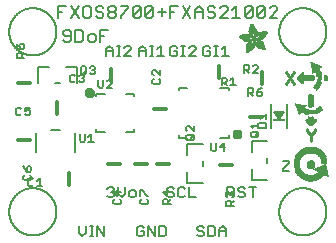
<source format=gbr>
G04 EAGLE Gerber RS-274X export*
G75*
%MOMM*%
%FSLAX34Y34*%
%LPD*%
%INSilkscreen Top*%
%IPPOS*%
%AMOC8*
5,1,8,0,0,1.08239X$1,22.5*%
G01*
%ADD10C,0.152400*%
%ADD11C,0.127000*%
%ADD12C,0.254000*%
%ADD13C,0.203200*%
%ADD14C,0.304800*%
%ADD15C,0.406400*%
%ADD16R,1.000000X0.200000*%
%ADD17R,0.003800X0.034300*%
%ADD18R,0.003800X0.057200*%
%ADD19R,0.003800X0.076200*%
%ADD20R,0.003800X0.091400*%
%ADD21R,0.003800X0.102900*%
%ADD22R,0.003900X0.114300*%
%ADD23R,0.003800X0.129500*%
%ADD24R,0.003800X0.137200*%
%ADD25R,0.003800X0.144800*%
%ADD26R,0.003800X0.152400*%
%ADD27R,0.003800X0.160000*%
%ADD28R,0.003800X0.171500*%
%ADD29R,0.003800X0.175300*%
%ADD30R,0.003800X0.182900*%
%ADD31R,0.003800X0.190500*%
%ADD32R,0.003900X0.194300*%
%ADD33R,0.003800X0.201900*%
%ADD34R,0.003800X0.209500*%
%ADD35R,0.003800X0.213400*%
%ADD36R,0.003800X0.221000*%
%ADD37R,0.003800X0.224800*%
%ADD38R,0.003800X0.232400*%
%ADD39R,0.003800X0.240000*%
%ADD40R,0.003800X0.243800*%
%ADD41R,0.003800X0.247600*%
%ADD42R,0.003900X0.255300*%
%ADD43R,0.003800X0.259100*%
%ADD44R,0.003800X0.262900*%
%ADD45R,0.003800X0.270500*%
%ADD46R,0.003800X0.274300*%
%ADD47R,0.003800X0.281900*%
%ADD48R,0.003800X0.285700*%
%ADD49R,0.003800X0.289500*%
%ADD50R,0.003800X0.297200*%
%ADD51R,0.003800X0.301000*%
%ADD52R,0.003900X0.304800*%
%ADD53R,0.003800X0.312400*%
%ADD54R,0.003800X0.316200*%
%ADD55R,0.003800X0.320000*%
%ADD56R,0.003800X0.327600*%
%ADD57R,0.003800X0.331500*%
%ADD58R,0.003800X0.339100*%
%ADD59R,0.003800X0.342900*%
%ADD60R,0.003800X0.346700*%
%ADD61R,0.003800X0.354300*%
%ADD62R,0.003900X0.358100*%
%ADD63R,0.003800X0.361900*%
%ADD64R,0.003800X0.369600*%
%ADD65R,0.003800X0.373400*%
%ADD66R,0.003800X0.377200*%
%ADD67R,0.003800X0.384800*%
%ADD68R,0.003800X0.388600*%
%ADD69R,0.003800X0.396200*%
%ADD70R,0.003800X0.400000*%
%ADD71R,0.003800X0.403800*%
%ADD72R,0.003900X0.411500*%
%ADD73R,0.003800X0.415300*%
%ADD74R,0.003800X0.419100*%
%ADD75R,0.003800X0.045700*%
%ADD76R,0.003800X0.426700*%
%ADD77R,0.003800X0.072400*%
%ADD78R,0.003800X0.430500*%
%ADD79R,0.003800X0.095300*%
%ADD80R,0.003800X0.438100*%
%ADD81R,0.003800X0.110500*%
%ADD82R,0.003800X0.441900*%
%ADD83R,0.003800X0.445800*%
%ADD84R,0.003800X0.144700*%
%ADD85R,0.003800X0.453400*%
%ADD86R,0.003800X0.457200*%
%ADD87R,0.003900X0.175300*%
%ADD88R,0.003900X0.461000*%
%ADD89R,0.003800X0.468600*%
%ADD90R,0.003800X0.205800*%
%ADD91R,0.003800X0.472400*%
%ADD92R,0.003800X0.217200*%
%ADD93R,0.003800X0.476200*%
%ADD94R,0.003800X0.483900*%
%ADD95R,0.003800X0.247700*%
%ADD96R,0.003800X0.487700*%
%ADD97R,0.003800X0.495300*%
%ADD98R,0.003800X0.499100*%
%ADD99R,0.003800X0.502900*%
%ADD100R,0.003800X0.510500*%
%ADD101R,0.003900X0.308600*%
%ADD102R,0.003900X0.514300*%
%ADD103R,0.003800X0.323800*%
%ADD104R,0.003800X0.518100*%
%ADD105R,0.003800X0.335300*%
%ADD106R,0.003800X0.525800*%
%ADD107R,0.003800X0.529600*%
%ADD108R,0.003800X0.358100*%
%ADD109R,0.003800X0.533400*%
%ADD110R,0.003800X0.537200*%
%ADD111R,0.003800X0.381000*%
%ADD112R,0.003800X0.544800*%
%ADD113R,0.003800X0.392400*%
%ADD114R,0.003800X0.548600*%
%ADD115R,0.003800X0.552400*%
%ADD116R,0.003800X0.556200*%
%ADD117R,0.003900X0.422900*%
%ADD118R,0.003900X0.560100*%
%ADD119R,0.003800X0.434300*%
%ADD120R,0.003800X0.563900*%
%ADD121R,0.003800X0.567700*%
%ADD122R,0.003800X0.461000*%
%ADD123R,0.003800X0.571500*%
%ADD124R,0.003800X0.575300*%
%ADD125R,0.003800X0.480100*%
%ADD126R,0.003800X0.579100*%
%ADD127R,0.003800X0.491500*%
%ADD128R,0.003800X0.582900*%
%ADD129R,0.003800X0.586700*%
%ADD130R,0.003800X0.510600*%
%ADD131R,0.003800X0.590500*%
%ADD132R,0.003800X0.522000*%
%ADD133R,0.003800X0.594300*%
%ADD134R,0.003900X0.533400*%
%ADD135R,0.003900X0.598200*%
%ADD136R,0.003800X0.541000*%
%ADD137R,0.003800X0.602000*%
%ADD138R,0.003800X0.552500*%
%ADD139R,0.003800X0.605800*%
%ADD140R,0.003800X0.560100*%
%ADD141R,0.003800X0.609600*%
%ADD142R,0.003800X0.613400*%
%ADD143R,0.003800X0.583000*%
%ADD144R,0.003800X0.617200*%
%ADD145R,0.003800X0.594400*%
%ADD146R,0.003800X0.621000*%
%ADD147R,0.003800X0.598200*%
%ADD148R,0.003800X0.624800*%
%ADD149R,0.003900X0.613500*%
%ADD150R,0.003900X0.628600*%
%ADD151R,0.003800X0.632400*%
%ADD152R,0.003800X0.628600*%
%ADD153R,0.003800X0.636300*%
%ADD154R,0.003800X0.640100*%
%ADD155R,0.003800X0.636200*%
%ADD156R,0.003800X0.643900*%
%ADD157R,0.003800X0.647700*%
%ADD158R,0.003800X0.651500*%
%ADD159R,0.003800X0.659100*%
%ADD160R,0.003900X0.659100*%
%ADD161R,0.003900X0.655300*%
%ADD162R,0.003800X0.662900*%
%ADD163R,0.003800X0.655300*%
%ADD164R,0.003800X0.670500*%
%ADD165R,0.003800X0.670600*%
%ADD166R,0.003800X0.674400*%
%ADD167R,0.003800X0.682000*%
%ADD168R,0.003800X0.666700*%
%ADD169R,0.003800X0.685800*%
%ADD170R,0.003800X0.689600*%
%ADD171R,0.003900X0.693400*%
%ADD172R,0.003900X0.674400*%
%ADD173R,0.003800X0.697200*%
%ADD174R,0.003800X0.678200*%
%ADD175R,0.003800X0.697300*%
%ADD176R,0.003800X0.701100*%
%ADD177R,0.003800X0.704900*%
%ADD178R,0.003800X0.708700*%
%ADD179R,0.003800X0.712500*%
%ADD180R,0.003800X0.716300*%
%ADD181R,0.003900X0.720100*%
%ADD182R,0.003900X0.689600*%
%ADD183R,0.003800X0.720000*%
%ADD184R,0.003800X0.693400*%
%ADD185R,0.003800X0.723900*%
%ADD186R,0.003800X0.727700*%
%ADD187R,0.003800X0.731500*%
%ADD188R,0.003800X0.701000*%
%ADD189R,0.003800X0.735300*%
%ADD190R,0.003900X0.731500*%
%ADD191R,0.003900X0.701000*%
%ADD192R,0.003800X0.704800*%
%ADD193R,0.003800X0.739100*%
%ADD194R,0.003800X0.743000*%
%ADD195R,0.003800X0.739200*%
%ADD196R,0.003900X0.743000*%
%ADD197R,0.003900X0.704800*%
%ADD198R,0.003800X0.746800*%
%ADD199R,0.003900X0.746800*%
%ADD200R,0.003800X0.742900*%
%ADD201R,0.003800X0.746700*%
%ADD202R,0.003900X0.746700*%
%ADD203R,0.003800X1.428800*%
%ADD204R,0.003800X1.424900*%
%ADD205R,0.003900X1.421100*%
%ADD206R,0.003800X1.421100*%
%ADD207R,0.003800X1.417300*%
%ADD208R,0.003800X1.413500*%
%ADD209R,0.003800X1.409700*%
%ADD210R,0.003800X1.405900*%
%ADD211R,0.003800X1.402100*%
%ADD212R,0.003800X1.398300*%
%ADD213R,0.003900X0.983000*%
%ADD214R,0.003900X0.384800*%
%ADD215R,0.003800X0.971600*%
%ADD216R,0.003800X0.963900*%
%ADD217R,0.003800X0.956300*%
%ADD218R,0.003800X0.365800*%
%ADD219R,0.003800X0.952500*%
%ADD220R,0.003800X0.941000*%
%ADD221R,0.003800X0.358200*%
%ADD222R,0.003800X0.937200*%
%ADD223R,0.003800X0.933400*%
%ADD224R,0.003800X0.354400*%
%ADD225R,0.003800X0.925800*%
%ADD226R,0.003800X0.350500*%
%ADD227R,0.003800X0.922000*%
%ADD228R,0.003900X0.918200*%
%ADD229R,0.003900X0.346700*%
%ADD230R,0.003800X0.910600*%
%ADD231R,0.003800X0.906800*%
%ADD232R,0.003800X0.903000*%
%ADD233R,0.003800X0.339000*%
%ADD234R,0.003800X0.895300*%
%ADD235R,0.003800X0.335200*%
%ADD236R,0.003800X0.887700*%
%ADD237R,0.003800X0.883900*%
%ADD238R,0.003800X0.331400*%
%ADD239R,0.003800X0.880100*%
%ADD240R,0.003800X0.876300*%
%ADD241R,0.003900X0.468600*%
%ADD242R,0.003900X0.396200*%
%ADD243R,0.003900X0.323800*%
%ADD244R,0.003800X0.449600*%
%ADD245R,0.003800X0.323900*%
%ADD246R,0.003800X0.442000*%
%ADD247R,0.003800X0.434400*%
%ADD248R,0.003800X0.320100*%
%ADD249R,0.003800X0.316300*%
%ADD250R,0.003800X0.426800*%
%ADD251R,0.003800X0.327700*%
%ADD252R,0.003800X0.312500*%
%ADD253R,0.003800X0.422900*%
%ADD254R,0.003800X0.308600*%
%ADD255R,0.003800X0.293400*%
%ADD256R,0.003800X0.304800*%
%ADD257R,0.003900X0.419100*%
%ADD258R,0.003900X0.285700*%
%ADD259R,0.003900X0.301000*%
%ADD260R,0.003800X0.411500*%
%ADD261R,0.003800X0.407700*%
%ADD262R,0.003800X0.289600*%
%ADD263R,0.003800X0.285800*%
%ADD264R,0.003800X0.403900*%
%ADD265R,0.003800X0.228600*%
%ADD266R,0.003900X0.403900*%
%ADD267R,0.003900X0.221000*%
%ADD268R,0.003900X0.278100*%
%ADD269R,0.003800X0.400100*%
%ADD270R,0.003800X0.209600*%
%ADD271R,0.003800X0.266700*%
%ADD272R,0.003800X0.038100*%
%ADD273R,0.003800X0.194300*%
%ADD274R,0.003800X0.148600*%
%ADD275R,0.003800X0.259000*%
%ADD276R,0.003800X0.182800*%
%ADD277R,0.003800X0.186700*%
%ADD278R,0.003800X0.251400*%
%ADD279R,0.003800X0.179100*%
%ADD280R,0.003800X0.236200*%
%ADD281R,0.003900X0.243900*%
%ADD282R,0.003900X0.282000*%
%ADD283R,0.003800X0.167700*%
%ADD284R,0.003800X0.236300*%
%ADD285R,0.003800X0.396300*%
%ADD286R,0.003800X0.163900*%
%ADD287R,0.003800X0.392500*%
%ADD288R,0.003800X0.160100*%
%ADD289R,0.003800X0.586800*%
%ADD290R,0.003800X0.148500*%
%ADD291R,0.003800X0.140900*%
%ADD292R,0.003900X0.392400*%
%ADD293R,0.003900X0.140900*%
%ADD294R,0.003900X0.647700*%
%ADD295R,0.003800X0.133300*%
%ADD296R,0.003800X0.674300*%
%ADD297R,0.003800X0.388700*%
%ADD298R,0.003800X0.125700*%
%ADD299R,0.003800X0.121900*%
%ADD300R,0.003800X0.720100*%
%ADD301R,0.003800X0.118100*%
%ADD302R,0.003900X0.118100*%
%ADD303R,0.003900X0.739100*%
%ADD304R,0.003800X0.114300*%
%ADD305R,0.003800X0.754400*%
%ADD306R,0.003800X0.765800*%
%ADD307R,0.003800X0.773400*%
%ADD308R,0.003800X0.784800*%
%ADD309R,0.003800X0.118200*%
%ADD310R,0.003800X0.792500*%
%ADD311R,0.003800X0.803900*%
%ADD312R,0.003800X0.122000*%
%ADD313R,0.003800X0.815400*%
%ADD314R,0.003800X0.125800*%
%ADD315R,0.003800X0.826800*%
%ADD316R,0.003900X0.369500*%
%ADD317R,0.003900X0.133400*%
%ADD318R,0.003900X0.842000*%
%ADD319R,0.003800X0.365700*%
%ADD320R,0.003800X1.009700*%
%ADD321R,0.003800X1.013500*%
%ADD322R,0.003800X0.362000*%
%ADD323R,0.003800X1.024900*%
%ADD324R,0.003800X1.028700*%
%ADD325R,0.003800X1.036300*%
%ADD326R,0.003800X1.047800*%
%ADD327R,0.003800X1.055400*%
%ADD328R,0.003800X1.070600*%
%ADD329R,0.003800X0.030500*%
%ADD330R,0.003800X1.436400*%
%ADD331R,0.003900X1.562100*%
%ADD332R,0.003800X1.588700*%
%ADD333R,0.003800X1.607800*%
%ADD334R,0.003800X1.626900*%
%ADD335R,0.003800X1.642100*%
%ADD336R,0.003800X1.657400*%
%ADD337R,0.003800X1.676400*%
%ADD338R,0.003800X1.687800*%
%ADD339R,0.003800X1.703000*%
%ADD340R,0.003800X1.714500*%
%ADD341R,0.003900X1.726000*%
%ADD342R,0.003800X1.741200*%
%ADD343R,0.003800X0.914400*%
%ADD344R,0.003800X0.769600*%
%ADD345R,0.003800X0.884000*%
%ADD346R,0.003800X0.712400*%
%ADD347R,0.003900X0.880100*%
%ADD348R,0.003800X0.887800*%
%ADD349R,0.003800X0.891600*%
%ADD350R,0.003800X0.895400*%
%ADD351R,0.003800X0.251500*%
%ADD352R,0.003900X0.579200*%
%ADD353R,0.003800X0.243900*%
%ADD354R,0.003800X0.556300*%
%ADD355R,0.003800X0.255200*%
%ADD356R,0.003800X0.529500*%
%ADD357R,0.003800X0.731600*%
%ADD358R,0.003900X0.525800*%
%ADD359R,0.003900X0.281900*%
%ADD360R,0.003900X0.735400*%
%ADD361R,0.003800X0.300900*%
%ADD362R,0.003800X0.762000*%
%ADD363R,0.003800X0.518200*%
%ADD364R,0.003800X0.350600*%
%ADD365R,0.003800X0.796300*%
%ADD366R,0.003800X0.807800*%
%ADD367R,0.003800X0.506700*%
%ADD368R,0.003800X0.849600*%
%ADD369R,0.003900X0.506700*%
%ADD370R,0.003900X1.371600*%
%ADD371R,0.003800X1.207800*%
%ADD372R,0.003800X0.503000*%
%ADD373R,0.003800X0.141000*%
%ADD374R,0.003800X1.203900*%
%ADD375R,0.003800X1.204000*%
%ADD376R,0.003800X1.200200*%
%ADD377R,0.003900X0.499100*%
%ADD378R,0.003900X0.156200*%
%ADD379R,0.003900X1.196400*%
%ADD380R,0.003800X1.196400*%
%ADD381R,0.003800X0.163800*%
%ADD382R,0.003800X0.167600*%
%ADD383R,0.003800X1.192500*%
%ADD384R,0.003800X0.499200*%
%ADD385R,0.003800X1.188700*%
%ADD386R,0.003800X0.506800*%
%ADD387R,0.003800X1.184900*%
%ADD388R,0.003900X0.510600*%
%ADD389R,0.003900X0.209600*%
%ADD390R,0.003900X1.181100*%
%ADD391R,0.003800X0.514400*%
%ADD392R,0.003800X1.181100*%
%ADD393R,0.003800X1.177300*%
%ADD394R,0.003800X0.240100*%
%ADD395R,0.003800X1.173500*%
%ADD396R,0.003800X1.169700*%
%ADD397R,0.003800X1.165900*%
%ADD398R,0.003800X1.162100*%
%ADD399R,0.003900X0.929700*%
%ADD400R,0.003900X1.162100*%
%ADD401R,0.003800X0.929700*%
%ADD402R,0.003800X1.154500*%
%ADD403R,0.003800X0.933500*%
%ADD404R,0.003800X1.150600*%
%ADD405R,0.003800X0.937300*%
%ADD406R,0.003800X1.146800*%
%ADD407R,0.003800X0.941100*%
%ADD408R,0.003800X1.139200*%
%ADD409R,0.003800X0.944900*%
%ADD410R,0.003800X1.135400*%
%ADD411R,0.003800X0.948700*%
%ADD412R,0.003800X1.127800*%
%ADD413R,0.003800X1.124000*%
%ADD414R,0.003800X1.116400*%
%ADD415R,0.003900X0.956300*%
%ADD416R,0.003900X1.104900*%
%ADD417R,0.003800X0.960100*%
%ADD418R,0.003800X1.093500*%
%ADD419R,0.003800X1.085900*%
%ADD420R,0.003800X0.967800*%
%ADD421R,0.003800X1.074500*%
%ADD422R,0.003800X1.063000*%
%ADD423R,0.003800X0.975400*%
%ADD424R,0.003800X1.036400*%
%ADD425R,0.003800X0.979200*%
%ADD426R,0.003800X1.021000*%
%ADD427R,0.003800X0.983000*%
%ADD428R,0.003800X1.009600*%
%ADD429R,0.003800X0.986800*%
%ADD430R,0.003800X0.998200*%
%ADD431R,0.003900X0.990600*%
%ADD432R,0.003900X0.986700*%
%ADD433R,0.003800X0.994400*%
%ADD434R,0.003800X0.975300*%
%ADD435R,0.003800X0.948600*%
%ADD436R,0.003800X1.002000*%
%ADD437R,0.003800X0.213300*%
%ADD438R,0.003800X0.217100*%
%ADD439R,0.003800X1.017300*%
%ADD440R,0.003800X0.666800*%
%ADD441R,0.003800X0.220900*%
%ADD442R,0.003900X1.028700*%
%ADD443R,0.003900X0.224700*%
%ADD444R,0.003800X1.032500*%
%ADD445R,0.003800X1.040100*%
%ADD446R,0.003800X1.043900*%
%ADD447R,0.003800X0.548700*%
%ADD448R,0.003800X1.051500*%
%ADD449R,0.003800X1.055300*%
%ADD450R,0.003800X1.059100*%
%ADD451R,0.003800X1.062900*%
%ADD452R,0.003800X0.255300*%
%ADD453R,0.003900X1.066800*%
%ADD454R,0.003900X0.259100*%
%ADD455R,0.003900X0.457200*%
%ADD456R,0.003800X0.423000*%
%ADD457R,0.003800X1.082100*%
%ADD458R,0.003800X0.274400*%
%ADD459R,0.003800X0.278200*%
%ADD460R,0.003800X1.101100*%
%ADD461R,0.003800X0.278100*%
%ADD462R,0.003900X0.876300*%
%ADD463R,0.003900X0.236200*%
%ADD464R,0.003900X0.289600*%
%ADD465R,0.003900X0.247700*%
%ADD466R,0.003800X0.049500*%
%ADD467R,0.003900X0.640100*%
%ADD468R,0.003800X0.659200*%
%ADD469R,0.003800X0.663000*%
%ADD470R,0.003900X0.872500*%
%ADD471R,0.003900X0.666800*%
%ADD472R,0.003800X0.872500*%
%ADD473R,0.003800X0.868700*%
%ADD474R,0.003800X0.864900*%
%ADD475R,0.003800X0.861100*%
%ADD476R,0.003800X0.857300*%
%ADD477R,0.003800X0.853400*%
%ADD478R,0.003800X0.845800*%
%ADD479R,0.003900X0.682000*%
%ADD480R,0.003800X0.842000*%
%ADD481R,0.003800X0.834400*%
%ADD482R,0.003800X0.823000*%
%ADD483R,0.003800X0.815300*%
%ADD484R,0.003800X0.811500*%
%ADD485R,0.003800X0.788700*%
%ADD486R,0.003900X0.777300*%
%ADD487R,0.003800X0.750600*%
%ADD488R,0.003800X0.735400*%
%ADD489R,0.003800X0.727800*%
%ADD490R,0.003800X0.628700*%
%ADD491R,0.003800X0.575400*%
%ADD492R,0.003900X0.670600*%
%ADD493R,0.003800X0.655400*%
%ADD494R,0.003900X0.651500*%
%ADD495R,0.003900X0.624800*%
%ADD496R,0.003900X0.594400*%
%ADD497R,0.003900X0.563900*%
%ADD498R,0.003800X0.541100*%
%ADD499R,0.003800X0.537300*%
%ADD500R,0.003800X0.525700*%
%ADD501R,0.003900X0.525700*%
%ADD502R,0.003800X0.514300*%
%ADD503R,0.003900X0.480100*%
%ADD504R,0.003800X0.464800*%
%ADD505R,0.003900X0.442000*%
%ADD506R,0.003800X0.438200*%
%ADD507R,0.003800X0.430600*%
%ADD508R,0.003800X0.407600*%
%ADD509R,0.003900X0.403800*%
%ADD510R,0.003900X0.365700*%
%ADD511R,0.003900X0.327700*%
%ADD512R,0.003900X0.243800*%
%ADD513R,0.003900X0.205800*%
%ADD514R,0.003800X0.198100*%
%ADD515R,0.003900X0.163800*%
%ADD516R,0.003800X0.137100*%
%ADD517R,0.003900X0.091500*%
%ADD518R,0.003800X0.060900*%
%ADD519R,0.025400X0.012194*%
%ADD520R,0.048259X0.012191*%
%ADD521R,0.083819X0.011938*%
%ADD522R,0.109219X0.012194*%
%ADD523R,0.144778X0.011938*%
%ADD524R,0.144778X0.012191*%
%ADD525R,0.182878X0.012194*%
%ADD526R,0.205741X0.011938*%
%ADD527R,0.241300X0.012191*%
%ADD528R,0.254000X0.012194*%
%ADD529R,0.292100X0.011938*%
%ADD530R,0.325122X0.012191*%
%ADD531R,0.350522X0.011941*%
%ADD532R,0.373381X0.012191*%
%ADD533R,0.411481X0.012191*%
%ADD534R,0.436881X0.011941*%
%ADD535R,0.447041X0.012191*%
%ADD536R,0.469900X0.011938*%
%ADD537R,0.482600X0.012194*%
%ADD538R,0.469900X0.012191*%
%ADD539R,0.472441X0.011938*%
%ADD540R,0.472441X0.012194*%
%ADD541R,0.459741X0.012191*%
%ADD542R,0.459741X0.011938*%
%ADD543R,0.469900X0.012194*%
%ADD544R,0.447041X0.012194*%
%ADD545R,0.449578X0.012194*%
%ADD546R,0.436878X0.011938*%
%ADD547R,0.447038X0.012191*%
%ADD548R,0.434338X0.011941*%
%ADD549R,0.434338X0.012191*%
%ADD550R,0.436878X0.011941*%
%ADD551R,0.436878X0.012191*%
%ADD552R,0.436878X0.012194*%
%ADD553R,0.424178X0.012191*%
%ADD554R,0.434341X0.011938*%
%ADD555R,0.421641X0.012194*%
%ADD556R,0.424181X0.012191*%
%ADD557R,0.424181X0.011938*%
%ADD558R,0.424181X0.012194*%
%ADD559R,0.411481X0.011938*%
%ADD560R,0.411481X0.012194*%
%ADD561R,0.408941X0.011941*%
%ADD562R,0.408941X0.012191*%
%ADD563R,0.398781X0.011941*%
%ADD564R,0.398781X0.012191*%
%ADD565R,0.398781X0.012194*%
%ADD566R,0.398781X0.011938*%
%ADD567R,1.003300X0.012194*%
%ADD568R,0.157478X0.012194*%
%ADD569R,1.026159X0.011938*%
%ADD570R,0.218438X0.011938*%
%ADD571R,1.051559X0.012191*%
%ADD572R,1.064259X0.012194*%
%ADD573R,1.074419X0.011938*%
%ADD574R,0.266700X0.011938*%
%ADD575R,1.087119X0.012191*%
%ADD576R,0.289559X0.012191*%
%ADD577R,1.099819X0.012194*%
%ADD578R,0.289559X0.012194*%
%ADD579R,1.112519X0.011938*%
%ADD580R,0.302259X0.011938*%
%ADD581R,1.112519X0.012191*%
%ADD582R,0.302259X0.012191*%
%ADD583R,1.112519X0.011941*%
%ADD584R,0.411481X0.011941*%
%ADD585R,0.314959X0.011941*%
%ADD586R,1.125219X0.012191*%
%ADD587R,0.314959X0.012191*%
%ADD588R,0.421641X0.012191*%
%ADD589R,0.325119X0.012191*%
%ADD590R,1.125219X0.011941*%
%ADD591R,0.325119X0.011941*%
%ADD592R,1.135378X0.012191*%
%ADD593R,1.135378X0.011938*%
%ADD594R,0.408941X0.011938*%
%ADD595R,0.325119X0.011938*%
%ADD596R,1.135378X0.012194*%
%ADD597R,0.337819X0.012194*%
%ADD598R,0.421641X0.011938*%
%ADD599R,0.337819X0.012191*%
%ADD600R,0.325119X0.012194*%
%ADD601R,0.434341X0.012191*%
%ADD602R,1.125219X0.012194*%
%ADD603R,0.434341X0.012194*%
%ADD604R,0.314959X0.012194*%
%ADD605R,1.125219X0.011938*%
%ADD606R,0.434341X0.011941*%
%ADD607R,0.289559X0.011941*%
%ADD608R,1.099819X0.012191*%
%ADD609R,0.276859X0.012191*%
%ADD610R,0.266700X0.012191*%
%ADD611R,1.087119X0.011941*%
%ADD612R,0.254000X0.011941*%
%ADD613R,1.064259X0.012191*%
%ADD614R,0.436881X0.012191*%
%ADD615R,0.195578X0.012191*%
%ADD616R,1.038859X0.011938*%
%ADD617R,0.436881X0.011938*%
%ADD618R,0.073659X0.011938*%
%ADD619R,0.073663X0.012194*%
%ADD620R,0.038100X0.012194*%
%ADD621R,0.012700X0.012194*%
%ADD622R,0.010159X0.012194*%
%ADD623R,0.058422X0.012194*%
%ADD624R,0.182881X0.012194*%
%ADD625R,0.048259X0.012194*%
%ADD626R,0.050800X0.012194*%
%ADD627R,0.073659X0.012194*%
%ADD628R,0.144781X0.012194*%
%ADD629R,0.022859X0.012194*%
%ADD630R,0.436881X0.012194*%
%ADD631R,0.447041X0.011938*%
%ADD632R,0.012700X0.012191*%
%ADD633R,0.022859X0.011941*%
%ADD634R,0.449581X0.011941*%
%ADD635R,0.035559X0.012191*%
%ADD636R,0.449581X0.012191*%
%ADD637R,0.073659X0.011941*%
%ADD638R,0.459741X0.011941*%
%ADD639R,0.096519X0.012191*%
%ADD640R,0.109219X0.011938*%
%ADD641R,0.121919X0.012194*%
%ADD642R,0.459741X0.012194*%
%ADD643R,0.157478X0.011938*%
%ADD644R,0.205741X0.012191*%
%ADD645R,0.218441X0.011938*%
%ADD646R,0.703578X0.012194*%
%ADD647R,0.703578X0.011938*%
%ADD648R,0.703578X0.012191*%
%ADD649R,0.690878X0.012194*%
%ADD650R,0.701037X0.011938*%
%ADD651R,0.688338X0.012191*%
%ADD652R,0.688338X0.012194*%
%ADD653R,0.675638X0.011938*%
%ADD654R,0.675638X0.012191*%
%ADD655R,0.665478X0.011941*%
%ADD656R,0.678178X0.012191*%
%ADD657R,0.665478X0.012191*%
%ADD658R,0.652778X0.011938*%
%ADD659R,0.652778X0.012194*%
%ADD660R,0.640078X0.012191*%
%ADD661R,0.642619X0.012194*%
%ADD662R,0.642619X0.012191*%
%ADD663R,0.629919X0.011938*%
%ADD664R,0.617219X0.012194*%
%ADD665R,0.652778X0.012191*%
%ADD666R,0.713738X0.012191*%
%ADD667R,0.726438X0.012194*%
%ADD668R,0.751838X0.011938*%
%ADD669R,0.762000X0.012191*%
%ADD670R,0.774700X0.011941*%
%ADD671R,0.810262X0.012191*%
%ADD672R,0.820422X0.012191*%
%ADD673R,0.833122X0.011941*%
%ADD674R,0.858522X0.012191*%
%ADD675R,0.881381X0.011938*%
%ADD676R,0.894081X0.012194*%
%ADD677R,0.822963X0.011938*%
%ADD678R,0.797563X0.012194*%
%ADD679R,0.736600X0.011938*%
%ADD680R,0.701041X0.012194*%
%ADD681R,0.665481X0.011938*%
%ADD682R,0.652781X0.012191*%
%ADD683R,0.617222X0.012194*%
%ADD684R,0.581663X0.011938*%
%ADD685R,0.543563X0.012191*%
%ADD686R,0.520700X0.012194*%
%ADD687R,0.485141X0.011938*%
%ADD688R,0.472441X0.012191*%
%ADD689R,0.375922X0.012191*%
%ADD690R,0.340363X0.011941*%
%ADD691R,0.314963X0.012191*%
%ADD692R,0.289559X0.011938*%
%ADD693R,0.215900X0.012191*%
%ADD694R,0.215900X0.011938*%
%ADD695R,0.180341X0.012194*%
%ADD696R,0.144781X0.012191*%
%ADD697R,0.119381X0.011938*%
%ADD698R,0.083822X0.012194*%
%ADD699R,0.060959X0.011938*%
%ADD700R,0.012194X0.010159*%
%ADD701R,0.011938X0.035559*%
%ADD702R,0.012191X0.071119*%
%ADD703R,0.012194X0.106681*%
%ADD704R,0.011938X0.132081*%
%ADD705R,0.012191X0.157481*%
%ADD706R,0.011941X0.182881*%
%ADD707R,0.012191X0.218441*%
%ADD708R,0.012191X0.243841*%
%ADD709R,0.011941X0.279400*%
%ADD710R,0.012191X0.302259*%
%ADD711R,0.011938X0.350522*%
%ADD712R,0.012194X0.363222*%
%ADD713R,0.012191X0.398781*%
%ADD714R,0.011938X0.424181*%
%ADD715R,0.012194X0.459741*%
%ADD716R,0.012191X0.495300*%
%ADD717R,0.011938X0.520700*%
%ADD718R,0.012194X0.543559*%
%ADD719R,0.011938X0.568959*%
%ADD720R,0.012191X0.604522*%
%ADD721R,0.012194X0.627381*%
%ADD722R,0.011938X0.665481*%
%ADD723R,0.012191X0.688341*%
%ADD724R,0.012194X0.713741*%
%ADD725R,0.011938X0.749300*%
%ADD726R,0.012191X0.772159*%
%ADD727R,0.011941X0.810259*%
%ADD728R,0.012191X0.845822*%
%ADD729R,0.012191X0.868681*%
%ADD730R,0.011941X0.858522*%
%ADD731R,0.012191X0.848363*%
%ADD732R,0.011938X0.835663*%
%ADD733R,0.012194X0.810262*%
%ADD734R,0.012191X0.800100*%
%ADD735R,0.011938X0.787400*%
%ADD736R,0.012194X0.762000*%
%ADD737R,0.012191X0.739141*%
%ADD738R,0.011938X0.726441*%
%ADD739R,0.012194X0.701041*%
%ADD740R,0.011938X0.690881*%
%ADD741R,0.012191X0.665481*%
%ADD742R,0.012194X0.652781*%
%ADD743R,0.011938X0.627381*%
%ADD744R,0.012191X0.617222*%
%ADD745R,0.012194X0.617222*%
%ADD746R,0.012191X0.640081*%
%ADD747R,0.011941X0.640081*%
%ADD748R,0.011941X0.652781*%
%ADD749R,0.012191X0.652781*%
%ADD750R,0.012194X0.665481*%
%ADD751R,0.012191X0.675641*%
%ADD752R,0.011938X0.665478*%
%ADD753R,0.012194X0.678178*%
%ADD754R,0.012191X0.678178*%
%ADD755R,0.011938X0.678178*%
%ADD756R,0.012194X0.690878*%
%ADD757R,0.012191X0.690878*%
%ADD758R,0.011938X0.701037*%
%ADD759R,0.012191X0.231138*%
%ADD760R,0.012191X0.459738*%
%ADD761R,0.012194X0.205738*%
%ADD762R,0.012194X0.459738*%
%ADD763R,0.011938X0.193038*%
%ADD764R,0.011938X0.447038*%
%ADD765R,0.012191X0.157478*%
%ADD766R,0.012191X0.447038*%
%ADD767R,0.011941X0.144778*%
%ADD768R,0.011941X0.447038*%
%ADD769R,0.012191X0.132078*%
%ADD770R,0.012191X0.109219*%
%ADD771R,0.011941X0.096519*%
%ADD772R,0.012191X0.449578*%
%ADD773R,0.011938X0.048259*%
%ADD774R,0.011938X0.449578*%
%ADD775R,0.012194X0.035559*%
%ADD776R,0.012194X0.436878*%
%ADD777R,0.012191X0.022859*%
%ADD778R,0.012191X0.447041*%
%ADD779R,0.011938X0.447041*%
%ADD780R,0.012194X0.434341*%
%ADD781R,0.012191X0.434341*%
%ADD782R,0.011938X0.434341*%
%ADD783R,0.012194X0.436881*%
%ADD784R,0.011938X0.436881*%
%ADD785R,0.012191X0.436881*%
%ADD786R,0.012194X0.424181*%
%ADD787R,0.012191X0.424181*%
%ADD788R,0.011941X0.436881*%
%ADD789R,0.012191X1.003300*%
%ADD790R,0.012191X1.028700*%
%ADD791R,0.012191X0.119378*%
%ADD792R,0.011941X1.038859*%
%ADD793R,0.011941X0.424181*%
%ADD794R,0.011941X0.170178*%
%ADD795R,0.012191X1.064259*%
%ADD796R,0.012191X0.228600*%
%ADD797R,0.011938X1.076959*%
%ADD798R,0.011938X0.254000*%
%ADD799R,0.012194X1.089659*%
%ADD800R,0.012194X0.411481*%
%ADD801R,0.012194X0.266700*%
%ADD802R,0.012191X1.089659*%
%ADD803R,0.012191X0.411481*%
%ADD804R,0.012191X0.276863*%
%ADD805R,0.011938X1.099819*%
%ADD806R,0.011938X0.421641*%
%ADD807R,0.011938X0.289563*%
%ADD808R,0.012194X1.099819*%
%ADD809R,0.012194X0.421641*%
%ADD810R,0.012194X0.302262*%
%ADD811R,0.012191X1.112519*%
%ADD812R,0.012191X0.421641*%
%ADD813R,0.012191X0.302262*%
%ADD814R,0.011938X1.112519*%
%ADD815R,0.011938X0.314963*%
%ADD816R,0.012194X1.112519*%
%ADD817R,0.012194X0.408941*%
%ADD818R,0.012194X0.314963*%
%ADD819R,0.011938X1.125219*%
%ADD820R,0.011938X0.408941*%
%ADD821R,0.012191X1.125219*%
%ADD822R,0.012191X0.408941*%
%ADD823R,0.012191X0.314963*%
%ADD824R,0.012194X1.125219*%
%ADD825R,0.012194X0.325122*%
%ADD826R,0.011938X0.325122*%
%ADD827R,0.012191X0.325122*%
%ADD828R,0.011941X1.125219*%
%ADD829R,0.011941X0.408941*%
%ADD830R,0.011941X0.325122*%
%ADD831R,0.011941X1.112519*%
%ADD832R,0.011941X0.388622*%
%ADD833R,0.011941X0.314963*%
%ADD834R,0.011938X0.388622*%
%ADD835R,0.012194X0.388622*%
%ADD836R,0.012191X1.099819*%
%ADD837R,0.011938X1.089659*%
%ADD838R,0.012194X0.398781*%
%ADD839R,0.012194X0.289563*%
%ADD840R,0.012191X1.076959*%
%ADD841R,0.011938X1.064259*%
%ADD842R,0.011938X0.398781*%
%ADD843R,0.011938X0.266700*%
%ADD844R,0.012194X1.051559*%
%ADD845R,0.012194X0.254000*%
%ADD846R,0.011938X1.038859*%
%ADD847R,0.011938X0.228600*%
%ADD848R,0.012194X0.990600*%
%ADD849R,0.012194X0.386081*%
%ADD850R,0.012194X0.180341*%
%ADD851R,0.011938X0.386081*%
%ADD852R,0.011938X0.010159*%
%ADD853R,0.011941X0.398781*%
%ADD854R,0.011938X0.401319*%
%ADD855R,0.012194X0.401319*%
%ADD856R,0.012191X0.411478*%
%ADD857R,0.011938X0.398778*%
%ADD858R,0.012194X0.411478*%
%ADD859R,0.011938X0.411478*%
%ADD860R,0.012191X0.424178*%
%ADD861R,0.011938X0.421637*%
%ADD862R,0.012191X0.421637*%
%ADD863R,0.011941X0.424178*%
%ADD864R,0.011941X0.436878*%
%ADD865R,0.012191X0.436878*%
%ADD866R,0.012194X0.449581*%
%ADD867R,0.012191X0.459741*%
%ADD868R,0.012194X0.447041*%
%ADD869R,0.011938X0.459741*%
%ADD870R,0.011938X0.457200*%
%ADD871R,0.012194X0.472441*%
%ADD872R,0.011938X0.472441*%
%ADD873R,0.012191X0.472441*%
%ADD874R,0.011941X0.482600*%
%ADD875R,0.012191X0.386081*%
%ADD876R,0.012191X0.292100*%
%ADD877R,0.012194X0.241300*%
%ADD878R,0.012191X0.218438*%
%ADD879R,0.011938X0.180338*%
%ADD880R,0.012194X0.157478*%
%ADD881R,0.011938X0.121919*%
%ADD882R,0.012191X0.096519*%
%ADD883R,0.012194X0.071119*%
%ADD884R,0.011938X0.038100*%
%ADD885R,0.012191X0.012700*%
%ADD886R,0.012700X0.011938*%
%ADD887R,0.350519X0.011938*%
%ADD888R,0.010159X0.012191*%
%ADD889R,0.508000X0.012191*%
%ADD890R,0.762000X0.011938*%
%ADD891R,0.845822X0.012191*%
%ADD892R,0.919481X0.012194*%
%ADD893R,0.993141X0.011938*%
%ADD894R,1.186178X0.012191*%
%ADD895R,1.247141X0.012191*%
%ADD896R,1.282700X0.011941*%
%ADD897R,1.343659X0.012191*%
%ADD898R,1.379222X0.011938*%
%ADD899R,1.427481X0.012194*%
%ADD900R,1.475741X0.012191*%
%ADD901R,1.524000X0.011938*%
%ADD902R,1.546859X0.012194*%
%ADD903R,1.597659X0.012191*%
%ADD904R,1.620519X0.011938*%
%ADD905R,1.668778X0.012194*%
%ADD906R,1.694178X0.011938*%
%ADD907R,1.729741X0.012191*%
%ADD908R,1.742441X0.012194*%
%ADD909R,1.790700X0.011938*%
%ADD910R,1.813559X0.012191*%
%ADD911R,1.838959X0.012194*%
%ADD912R,1.861822X0.011938*%
%ADD913R,1.887222X0.012191*%
%ADD914R,1.922781X0.011941*%
%ADD915R,1.945641X0.012191*%
%ADD916R,0.025400X0.012191*%
%ADD917R,1.971041X0.012191*%
%ADD918R,0.060959X0.012191*%
%ADD919R,1.996441X0.011941*%
%ADD920R,2.021841X0.012191*%
%ADD921R,2.042159X0.011938*%
%ADD922R,0.121919X0.011938*%
%ADD923R,2.067559X0.012194*%
%ADD924R,2.080259X0.012191*%
%ADD925R,0.157481X0.012191*%
%ADD926R,2.092959X0.011938*%
%ADD927R,0.193041X0.011938*%
%ADD928R,2.118359X0.012194*%
%ADD929R,0.218441X0.012194*%
%ADD930R,2.141219X0.012191*%
%ADD931R,2.151378X0.011938*%
%ADD932R,0.254000X0.011938*%
%ADD933R,1.076959X0.012194*%
%ADD934R,0.010162X0.012194*%
%ADD935R,0.967738X0.012194*%
%ADD936R,0.276859X0.012194*%
%ADD937R,0.967741X0.011938*%
%ADD938R,0.919478X0.011938*%
%ADD939R,0.906778X0.012191*%
%ADD940R,0.858519X0.012191*%
%ADD941R,0.861059X0.012194*%
%ADD942R,0.835659X0.012194*%
%ADD943R,0.833119X0.011938*%
%ADD944R,1.160781X0.011938*%
%ADD945R,0.797559X0.012191*%
%ADD946R,0.784859X0.012194*%
%ADD947R,1.087119X0.012194*%
%ADD948R,1.054100X0.011938*%
%ADD949R,0.739138X0.012191*%
%ADD950R,1.016000X0.012191*%
%ADD951R,0.726438X0.011941*%
%ADD952R,1.005841X0.011941*%
%ADD953R,0.713741X0.012191*%
%ADD954R,0.967741X0.012191*%
%ADD955R,0.688341X0.012191*%
%ADD956R,0.942341X0.012191*%
%ADD957R,0.688341X0.011941*%
%ADD958R,0.932181X0.011941*%
%ADD959R,0.678181X0.012191*%
%ADD960R,0.906781X0.012191*%
%ADD961R,0.883922X0.011938*%
%ADD962R,0.652781X0.012194*%
%ADD963R,0.871222X0.012194*%
%ADD964R,0.642622X0.012191*%
%ADD965R,0.640081X0.011938*%
%ADD966R,0.833122X0.011938*%
%ADD967R,0.627381X0.012194*%
%ADD968R,0.810259X0.012194*%
%ADD969R,0.627381X0.012191*%
%ADD970R,0.810259X0.012191*%
%ADD971R,0.629922X0.011938*%
%ADD972R,0.784859X0.011938*%
%ADD973R,0.772159X0.012194*%
%ADD974R,0.604522X0.011938*%
%ADD975R,0.604522X0.012191*%
%ADD976R,0.594359X0.012194*%
%ADD977R,0.810262X0.012194*%
%ADD978R,0.591819X0.011938*%
%ADD979R,0.835663X0.011938*%
%ADD980R,0.579119X0.012191*%
%ADD981R,0.591819X0.012194*%
%ADD982R,0.883922X0.012194*%
%ADD983R,0.579119X0.011938*%
%ADD984R,0.894081X0.011938*%
%ADD985R,0.581659X0.012191*%
%ADD986R,0.919481X0.012191*%
%ADD987R,0.568959X0.011941*%
%ADD988R,0.944881X0.011941*%
%ADD989R,0.568959X0.012191*%
%ADD990R,0.980441X0.012191*%
%ADD991R,0.990600X0.012191*%
%ADD992R,0.556259X0.011941*%
%ADD993R,1.016000X0.011941*%
%ADD994R,1.028700X0.012191*%
%ADD995R,0.558800X0.011938*%
%ADD996R,1.064263X0.011938*%
%ADD997R,0.558800X0.012194*%
%ADD998R,1.074422X0.012194*%
%ADD999R,0.556259X0.012191*%
%ADD1000R,1.099822X0.012191*%
%ADD1001R,0.543559X0.011938*%
%ADD1002R,1.112522X0.011938*%
%ADD1003R,0.543559X0.012194*%
%ADD1004R,1.135381X0.012194*%
%ADD1005R,1.102359X0.012191*%
%ADD1006R,1.064259X0.011938*%
%ADD1007R,1.041400X0.012194*%
%ADD1008R,1.016000X0.011938*%
%ADD1009R,0.543559X0.012191*%
%ADD1010R,0.980438X0.012191*%
%ADD1011R,0.533400X0.012194*%
%ADD1012R,0.955038X0.012194*%
%ADD1013R,0.533400X0.011938*%
%ADD1014R,0.533400X0.012191*%
%ADD1015R,0.896619X0.012191*%
%ADD1016R,0.858519X0.012194*%
%ADD1017R,0.822959X0.011938*%
%ADD1018R,0.520700X0.012191*%
%ADD1019R,0.530859X0.011941*%
%ADD1020R,0.530859X0.012191*%
%ADD1021R,0.749300X0.012191*%
%ADD1022R,0.518159X0.012191*%
%ADD1023R,0.518159X0.011941*%
%ADD1024R,0.688338X0.011941*%
%ADD1025R,0.520700X0.011938*%
%ADD1026R,0.607059X0.012194*%
%ADD1027R,0.424178X0.012194*%
%ADD1028R,0.508000X0.011938*%
%ADD1029R,0.411478X0.011938*%
%ADD1030R,0.363219X0.012191*%
%ADD1031R,0.508000X0.012194*%
%ADD1032R,0.193041X0.012191*%
%ADD1033R,0.508000X0.011941*%
%ADD1034R,0.167641X0.011941*%
%ADD1035R,0.121919X0.012191*%
%ADD1036R,0.109219X0.012191*%
%ADD1037R,0.060959X0.011941*%
%ADD1038R,0.497838X0.012191*%
%ADD1039R,0.518162X0.012194*%
%ADD1040R,0.497838X0.012194*%
%ADD1041R,0.010159X0.011938*%
%ADD1042R,0.010162X0.011938*%
%ADD1043R,0.497841X0.012191*%
%ADD1044R,0.518159X0.011938*%
%ADD1045R,0.520700X0.011941*%
%ADD1046R,0.530859X0.011938*%
%ADD1047R,0.518159X0.012194*%
%ADD1048R,0.530859X0.012194*%
%ADD1049R,0.530863X0.011938*%
%ADD1050R,0.530863X0.012191*%
%ADD1051R,0.530863X0.012194*%
%ADD1052R,0.546100X0.012191*%
%ADD1053R,0.533400X0.011941*%
%ADD1054R,0.530863X0.011941*%
%ADD1055R,0.543559X0.011941*%
%ADD1056R,0.546100X0.011941*%
%ADD1057R,0.556259X0.011938*%
%ADD1058R,0.556259X0.012194*%
%ADD1059R,0.568959X0.012194*%
%ADD1060R,0.566419X0.012194*%
%ADD1061R,0.581659X0.011938*%
%ADD1062R,0.566419X0.011938*%
%ADD1063R,0.581659X0.012194*%
%ADD1064R,0.591819X0.012191*%
%ADD1065R,0.604519X0.011938*%
%ADD1066R,0.604519X0.012191*%
%ADD1067R,0.617222X0.011941*%
%ADD1068R,0.604519X0.011941*%
%ADD1069R,0.617222X0.012191*%
%ADD1070R,0.617219X0.012191*%
%ADD1071R,0.629922X0.012191*%
%ADD1072R,0.627381X0.011941*%
%ADD1073R,0.629919X0.011941*%
%ADD1074R,0.640081X0.012191*%
%ADD1075R,0.629919X0.012191*%
%ADD1076R,0.652781X0.011938*%
%ADD1077R,0.642619X0.011938*%
%ADD1078R,0.662941X0.012194*%
%ADD1079R,0.640081X0.012194*%
%ADD1080R,0.665481X0.012191*%
%ADD1081R,0.690881X0.011938*%
%ADD1082R,0.675641X0.012194*%
%ADD1083R,0.726441X0.011938*%
%ADD1084R,0.701041X0.011938*%
%ADD1085R,0.736600X0.012194*%
%ADD1086R,0.739141X0.012194*%
%ADD1087R,0.772163X0.011938*%
%ADD1088R,0.749300X0.011938*%
%ADD1089R,0.800100X0.012191*%
%ADD1090R,0.797559X0.012194*%
%ADD1091R,0.858519X0.011938*%
%ADD1092R,0.820422X0.011938*%
%ADD1093R,0.894078X0.012191*%
%ADD1094R,0.942338X0.012194*%
%ADD1095R,1.028700X0.011938*%
%ADD1096R,0.035559X0.011938*%
%ADD1097R,1.003300X0.011938*%
%ADD1098R,2.250441X0.012191*%
%ADD1099R,2.225041X0.011941*%
%ADD1100R,2.212341X0.012191*%
%ADD1101R,2.189478X0.012191*%
%ADD1102R,2.166619X0.011941*%
%ADD1103R,2.128519X0.011938*%
%ADD1104R,2.105659X0.012194*%
%ADD1105R,2.054859X0.011938*%
%ADD1106R,2.032000X0.012194*%
%ADD1107R,2.009141X0.012191*%
%ADD1108R,1.996441X0.011938*%
%ADD1109R,1.948181X0.012194*%
%ADD1110R,1.935481X0.011938*%
%ADD1111R,1.897381X0.012191*%
%ADD1112R,1.874522X0.012194*%
%ADD1113R,1.838959X0.011938*%
%ADD1114R,1.778000X0.012194*%
%ADD1115R,1.755141X0.011938*%
%ADD1116R,1.681478X0.011941*%
%ADD1117R,1.645919X0.012191*%
%ADD1118R,1.607819X0.012191*%
%ADD1119R,1.572259X0.011941*%
%ADD1120R,1.524000X0.012191*%
%ADD1121R,1.488441X0.011938*%
%ADD1122R,1.389381X0.012191*%
%ADD1123R,1.330959X0.011938*%
%ADD1124R,1.280159X0.012194*%
%ADD1125R,1.234441X0.012191*%
%ADD1126R,1.150619X0.011938*%
%ADD1127R,0.944881X0.012191*%
%ADD1128R,0.848359X0.012194*%

G36*
X254099Y133364D02*
X254099Y133364D01*
X254237Y133373D01*
X254256Y133379D01*
X254276Y133381D01*
X254408Y133428D01*
X254539Y133471D01*
X254557Y133482D01*
X254576Y133489D01*
X254691Y133567D01*
X254808Y133641D01*
X254822Y133656D01*
X254839Y133667D01*
X254931Y133771D01*
X255026Y133873D01*
X255036Y133891D01*
X255049Y133906D01*
X255113Y134030D01*
X255180Y134151D01*
X255185Y134171D01*
X255194Y134189D01*
X255224Y134325D01*
X255259Y134459D01*
X255261Y134487D01*
X255264Y134499D01*
X255263Y134520D01*
X255269Y134620D01*
X255269Y142240D01*
X255254Y142363D01*
X255247Y142472D01*
X255241Y142490D01*
X255239Y142516D01*
X255232Y142535D01*
X255229Y142556D01*
X255178Y142685D01*
X255177Y142689D01*
X255149Y142775D01*
X255142Y142786D01*
X255131Y142816D01*
X255120Y142832D01*
X255112Y142851D01*
X255031Y142964D01*
X255011Y142993D01*
X254979Y143044D01*
X254972Y143050D01*
X254953Y143079D01*
X254937Y143092D01*
X254926Y143109D01*
X254818Y143197D01*
X254771Y143239D01*
X254747Y143262D01*
X254743Y143264D01*
X254714Y143289D01*
X254696Y143298D01*
X254681Y143311D01*
X254555Y143371D01*
X254480Y143409D01*
X254469Y143415D01*
X254467Y143416D01*
X254431Y143434D01*
X254411Y143438D01*
X254393Y143447D01*
X254257Y143473D01*
X254161Y143494D01*
X254161Y143495D01*
X254121Y143504D01*
X254100Y143503D01*
X254081Y143507D01*
X254024Y143503D01*
X254000Y143505D01*
X253996Y143505D01*
X253943Y143498D01*
X253942Y143498D01*
X253803Y143494D01*
X253783Y143488D01*
X253763Y143487D01*
X253705Y143468D01*
X253680Y143465D01*
X253618Y143440D01*
X253497Y143405D01*
X253480Y143395D01*
X253461Y143389D01*
X253415Y143360D01*
X253384Y143348D01*
X253318Y143300D01*
X253223Y143244D01*
X253202Y143225D01*
X253192Y143219D01*
X253178Y143204D01*
X253140Y143171D01*
X253127Y143161D01*
X253121Y143154D01*
X253103Y143138D01*
X249293Y139328D01*
X249219Y139233D01*
X249141Y139144D01*
X249125Y139113D01*
X249121Y139108D01*
X249118Y139103D01*
X249098Y139076D01*
X249050Y138967D01*
X248996Y138861D01*
X248989Y138828D01*
X248985Y138821D01*
X248984Y138814D01*
X248971Y138784D01*
X248953Y138667D01*
X248927Y138551D01*
X248927Y138518D01*
X248926Y138508D01*
X248926Y138500D01*
X248921Y138470D01*
X248933Y138352D01*
X248936Y138233D01*
X248945Y138204D01*
X248945Y138191D01*
X248949Y138181D01*
X248951Y138154D01*
X248992Y138041D01*
X249025Y137927D01*
X249038Y137904D01*
X249043Y137888D01*
X249051Y137877D01*
X249059Y137854D01*
X249126Y137756D01*
X249186Y137653D01*
X249208Y137629D01*
X249214Y137620D01*
X249226Y137608D01*
X249237Y137591D01*
X249253Y137578D01*
X249293Y137533D01*
X253103Y133723D01*
X253212Y133637D01*
X253319Y133549D01*
X253338Y133540D01*
X253354Y133528D01*
X253482Y133472D01*
X253607Y133413D01*
X253627Y133409D01*
X253646Y133401D01*
X253784Y133379D01*
X253920Y133353D01*
X253940Y133355D01*
X253960Y133351D01*
X254099Y133364D01*
G37*
G36*
X261190Y97549D02*
X261190Y97549D01*
X261309Y97552D01*
X261348Y97563D01*
X261388Y97567D01*
X261501Y97608D01*
X261615Y97641D01*
X261650Y97661D01*
X261688Y97675D01*
X261786Y97742D01*
X261889Y97802D01*
X261934Y97842D01*
X261951Y97853D01*
X261964Y97869D01*
X262010Y97909D01*
X265820Y101719D01*
X265905Y101828D01*
X265993Y101935D01*
X266002Y101954D01*
X266014Y101970D01*
X266070Y102098D01*
X266129Y102223D01*
X266133Y102243D01*
X266141Y102262D01*
X266163Y102400D01*
X266189Y102536D01*
X266187Y102556D01*
X266191Y102576D01*
X266178Y102715D01*
X266169Y102853D01*
X266163Y102872D01*
X266161Y102892D01*
X266114Y103024D01*
X266071Y103155D01*
X266060Y103173D01*
X266053Y103192D01*
X265975Y103307D01*
X265901Y103424D01*
X265886Y103438D01*
X265875Y103455D01*
X265771Y103547D01*
X265669Y103642D01*
X265651Y103652D01*
X265636Y103665D01*
X265513Y103728D01*
X265391Y103796D01*
X265371Y103801D01*
X265353Y103810D01*
X265217Y103840D01*
X265083Y103875D01*
X265055Y103877D01*
X265043Y103880D01*
X265022Y103879D01*
X264922Y103885D01*
X257302Y103885D01*
X257164Y103868D01*
X257026Y103855D01*
X257007Y103848D01*
X256986Y103845D01*
X256857Y103794D01*
X256726Y103747D01*
X256710Y103736D01*
X256691Y103728D01*
X256578Y103647D01*
X256463Y103569D01*
X256450Y103553D01*
X256433Y103542D01*
X256345Y103434D01*
X256253Y103330D01*
X256244Y103312D01*
X256231Y103297D01*
X256171Y103171D01*
X256108Y103047D01*
X256104Y103027D01*
X256095Y103009D01*
X256069Y102873D01*
X256039Y102737D01*
X256039Y102716D01*
X256035Y102697D01*
X256044Y102558D01*
X256048Y102419D01*
X256054Y102399D01*
X256055Y102379D01*
X256098Y102247D01*
X256137Y102113D01*
X256147Y102096D01*
X256153Y102077D01*
X256227Y101959D01*
X256298Y101839D01*
X256317Y101818D01*
X256323Y101808D01*
X256325Y101806D01*
X256326Y101806D01*
X256339Y101793D01*
X256405Y101719D01*
X260215Y97909D01*
X260309Y97835D01*
X260398Y97757D01*
X260434Y97738D01*
X260466Y97714D01*
X260575Y97666D01*
X260681Y97612D01*
X260720Y97603D01*
X260758Y97587D01*
X260875Y97569D01*
X260991Y97543D01*
X261032Y97544D01*
X261072Y97537D01*
X261190Y97549D01*
G37*
G36*
X233796Y104675D02*
X233796Y104675D01*
X233823Y104675D01*
X233934Y104707D01*
X234047Y104733D01*
X234070Y104746D01*
X234096Y104754D01*
X234194Y104816D01*
X234295Y104872D01*
X234311Y104890D01*
X234336Y104905D01*
X234521Y105113D01*
X234525Y105117D01*
X236525Y108117D01*
X236556Y108181D01*
X236596Y108241D01*
X236617Y108309D01*
X236648Y108373D01*
X236660Y108444D01*
X236681Y108512D01*
X236683Y108583D01*
X236695Y108654D01*
X236687Y108725D01*
X236689Y108796D01*
X236671Y108865D01*
X236662Y108936D01*
X236635Y109002D01*
X236617Y109071D01*
X236580Y109132D01*
X236553Y109198D01*
X236508Y109254D01*
X236472Y109316D01*
X236420Y109365D01*
X236375Y109420D01*
X236317Y109461D01*
X236264Y109510D01*
X236201Y109543D01*
X236143Y109584D01*
X236075Y109607D01*
X236011Y109640D01*
X235952Y109650D01*
X235874Y109677D01*
X235755Y109683D01*
X235680Y109695D01*
X231680Y109695D01*
X231609Y109685D01*
X231537Y109685D01*
X231469Y109665D01*
X231399Y109655D01*
X231333Y109626D01*
X231264Y109606D01*
X231204Y109568D01*
X231139Y109539D01*
X231084Y109493D01*
X231024Y109455D01*
X230976Y109402D01*
X230922Y109356D01*
X230882Y109296D01*
X230835Y109242D01*
X230804Y109178D01*
X230765Y109119D01*
X230743Y109051D01*
X230712Y108986D01*
X230700Y108916D01*
X230679Y108848D01*
X230677Y108776D01*
X230665Y108706D01*
X230673Y108635D01*
X230671Y108564D01*
X230690Y108494D01*
X230698Y108423D01*
X230723Y108368D01*
X230743Y108289D01*
X230804Y108186D01*
X230835Y108117D01*
X232835Y105117D01*
X232912Y105030D01*
X232985Y104940D01*
X233007Y104925D01*
X233025Y104905D01*
X233122Y104843D01*
X233217Y104776D01*
X233243Y104768D01*
X233265Y104753D01*
X233376Y104721D01*
X233486Y104683D01*
X233513Y104682D01*
X233538Y104675D01*
X233654Y104675D01*
X233770Y104669D01*
X233796Y104675D01*
G37*
D10*
X64488Y13215D02*
X64488Y7453D01*
X67370Y4572D01*
X70251Y7453D01*
X70251Y13215D01*
X73844Y4572D02*
X76725Y4572D01*
X75284Y4572D02*
X75284Y13215D01*
X73844Y13215D02*
X76725Y13215D01*
X80080Y13215D02*
X80080Y4572D01*
X85843Y4572D02*
X80080Y13215D01*
X85843Y13215D02*
X85843Y4572D01*
X88329Y44795D02*
X89770Y46235D01*
X92651Y46235D01*
X94091Y44795D01*
X94091Y43354D01*
X92651Y41914D01*
X91210Y41914D01*
X92651Y41914D02*
X94091Y40473D01*
X94091Y39033D01*
X92651Y37592D01*
X89770Y37592D01*
X88329Y39033D01*
X97684Y40473D02*
X97684Y46235D01*
X97684Y40473D02*
X100566Y37592D01*
X103447Y40473D01*
X103447Y46235D01*
X108480Y37592D02*
X111361Y37592D01*
X112802Y39033D01*
X112802Y41914D01*
X111361Y43354D01*
X108480Y43354D01*
X107040Y41914D01*
X107040Y39033D01*
X108480Y37592D01*
X118051Y13215D02*
X119491Y11775D01*
X118051Y13215D02*
X115170Y13215D01*
X113729Y11775D01*
X113729Y6013D01*
X115170Y4572D01*
X118051Y4572D01*
X119491Y6013D01*
X119491Y8894D01*
X116610Y8894D01*
X123084Y13215D02*
X123084Y4572D01*
X128847Y4572D02*
X123084Y13215D01*
X128847Y13215D02*
X128847Y4572D01*
X132440Y4572D02*
X132440Y13215D01*
X132440Y4572D02*
X136761Y4572D01*
X138202Y6013D01*
X138202Y11775D01*
X136761Y13215D01*
X132440Y13215D01*
X144891Y44795D02*
X143451Y46235D01*
X140570Y46235D01*
X139129Y44795D01*
X139129Y43354D01*
X140570Y41914D01*
X143451Y41914D01*
X144891Y40473D01*
X144891Y39033D01*
X143451Y37592D01*
X140570Y37592D01*
X139129Y39033D01*
X152806Y46235D02*
X154247Y44795D01*
X152806Y46235D02*
X149925Y46235D01*
X148484Y44795D01*
X148484Y39033D01*
X149925Y37592D01*
X152806Y37592D01*
X154247Y39033D01*
X157840Y37592D02*
X157840Y46235D01*
X157840Y37592D02*
X163602Y37592D01*
X168851Y13215D02*
X170291Y11775D01*
X168851Y13215D02*
X165970Y13215D01*
X164529Y11775D01*
X164529Y10334D01*
X165970Y8894D01*
X168851Y8894D01*
X170291Y7453D01*
X170291Y6013D01*
X168851Y4572D01*
X165970Y4572D01*
X164529Y6013D01*
X173884Y4572D02*
X173884Y13215D01*
X173884Y4572D02*
X178206Y4572D01*
X179647Y6013D01*
X179647Y11775D01*
X178206Y13215D01*
X173884Y13215D01*
X183240Y10334D02*
X183240Y4572D01*
X183240Y10334D02*
X186121Y13215D01*
X189002Y10334D01*
X189002Y4572D01*
X189002Y8894D02*
X183240Y8894D01*
X189929Y37592D02*
X189929Y46235D01*
X194251Y46235D01*
X195691Y44795D01*
X195691Y41914D01*
X194251Y40473D01*
X189929Y40473D01*
X192810Y40473D02*
X195691Y37592D01*
X203606Y46235D02*
X205047Y44795D01*
X203606Y46235D02*
X200725Y46235D01*
X199284Y44795D01*
X199284Y43354D01*
X200725Y41914D01*
X203606Y41914D01*
X205047Y40473D01*
X205047Y39033D01*
X203606Y37592D01*
X200725Y37592D01*
X199284Y39033D01*
X211521Y37592D02*
X211521Y46235D01*
X208640Y46235D02*
X214402Y46235D01*
D11*
X175703Y164260D02*
X174220Y165743D01*
X171254Y165743D01*
X169771Y164260D01*
X169771Y158328D01*
X171254Y156845D01*
X174220Y156845D01*
X175703Y158328D01*
X175703Y161294D01*
X172737Y161294D01*
X179127Y156845D02*
X182092Y156845D01*
X180610Y156845D02*
X180610Y165743D01*
X182092Y165743D02*
X179127Y165743D01*
X185363Y162777D02*
X188329Y165743D01*
X188329Y156845D01*
X185363Y156845D02*
X191295Y156845D01*
X147763Y164260D02*
X146280Y165743D01*
X143314Y165743D01*
X141831Y164260D01*
X141831Y158328D01*
X143314Y156845D01*
X146280Y156845D01*
X147763Y158328D01*
X147763Y161294D01*
X144797Y161294D01*
X151187Y156845D02*
X154152Y156845D01*
X152670Y156845D02*
X152670Y165743D01*
X154152Y165743D02*
X151187Y165743D01*
X157423Y156845D02*
X163355Y156845D01*
X157423Y156845D02*
X163355Y162777D01*
X163355Y164260D01*
X161872Y165743D01*
X158906Y165743D01*
X157423Y164260D01*
X115161Y162777D02*
X115161Y156845D01*
X115161Y162777D02*
X118127Y165743D01*
X121093Y162777D01*
X121093Y156845D01*
X121093Y161294D02*
X115161Y161294D01*
X124517Y156845D02*
X127482Y156845D01*
X126000Y156845D02*
X126000Y165743D01*
X127482Y165743D02*
X124517Y165743D01*
X130753Y162777D02*
X133719Y165743D01*
X133719Y156845D01*
X130753Y156845D02*
X136685Y156845D01*
X87221Y156845D02*
X87221Y162777D01*
X90187Y165743D01*
X93153Y162777D01*
X93153Y156845D01*
X93153Y161294D02*
X87221Y161294D01*
X96577Y156845D02*
X99542Y156845D01*
X98060Y156845D02*
X98060Y165743D01*
X99542Y165743D02*
X96577Y165743D01*
X102813Y156845D02*
X108745Y156845D01*
X102813Y156845D02*
X108745Y162777D01*
X108745Y164260D01*
X107262Y165743D01*
X104296Y165743D01*
X102813Y164260D01*
D10*
X47011Y189357D02*
X47011Y199271D01*
X53620Y199271D01*
X50315Y194314D02*
X47011Y194314D01*
X57535Y199271D02*
X64145Y189357D01*
X57535Y189357D02*
X64145Y199271D01*
X69712Y199271D02*
X73017Y199271D01*
X69712Y199271D02*
X68060Y197619D01*
X68060Y191009D01*
X69712Y189357D01*
X73017Y189357D01*
X74669Y191009D01*
X74669Y197619D01*
X73017Y199271D01*
X83542Y199271D02*
X85194Y197619D01*
X83542Y199271D02*
X80237Y199271D01*
X78584Y197619D01*
X78584Y195967D01*
X80237Y194314D01*
X83542Y194314D01*
X85194Y192662D01*
X85194Y191009D01*
X83542Y189357D01*
X80237Y189357D01*
X78584Y191009D01*
X89109Y197619D02*
X90761Y199271D01*
X94066Y199271D01*
X95719Y197619D01*
X95719Y195967D01*
X94066Y194314D01*
X95719Y192662D01*
X95719Y191009D01*
X94066Y189357D01*
X90761Y189357D01*
X89109Y191009D01*
X89109Y192662D01*
X90761Y194314D01*
X89109Y195967D01*
X89109Y197619D01*
X90761Y194314D02*
X94066Y194314D01*
X99634Y199271D02*
X106243Y199271D01*
X106243Y197619D01*
X99634Y191009D01*
X99634Y189357D01*
X110158Y191009D02*
X110158Y197619D01*
X111811Y199271D01*
X115115Y199271D01*
X116768Y197619D01*
X116768Y191009D01*
X115115Y189357D01*
X111811Y189357D01*
X110158Y191009D01*
X116768Y197619D01*
X120683Y197619D02*
X120683Y191009D01*
X120683Y197619D02*
X122335Y199271D01*
X125640Y199271D01*
X127292Y197619D01*
X127292Y191009D01*
X125640Y189357D01*
X122335Y189357D01*
X120683Y191009D01*
X127292Y197619D01*
X131207Y194314D02*
X137817Y194314D01*
X134512Y197619D02*
X134512Y191009D01*
X141732Y189357D02*
X141732Y199271D01*
X148342Y199271D01*
X145037Y194314D02*
X141732Y194314D01*
X152257Y199271D02*
X158866Y189357D01*
X152257Y189357D02*
X158866Y199271D01*
X162781Y195967D02*
X162781Y189357D01*
X162781Y195967D02*
X166086Y199271D01*
X169391Y195967D01*
X169391Y189357D01*
X169391Y194314D02*
X162781Y194314D01*
X178263Y199271D02*
X179915Y197619D01*
X178263Y199271D02*
X174958Y199271D01*
X173306Y197619D01*
X173306Y195967D01*
X174958Y194314D01*
X178263Y194314D01*
X179915Y192662D01*
X179915Y191009D01*
X178263Y189357D01*
X174958Y189357D01*
X173306Y191009D01*
X183830Y189357D02*
X190440Y189357D01*
X183830Y189357D02*
X190440Y195967D01*
X190440Y197619D01*
X188788Y199271D01*
X185483Y199271D01*
X183830Y197619D01*
X194355Y195967D02*
X197660Y199271D01*
X197660Y189357D01*
X194355Y189357D02*
X200965Y189357D01*
X204880Y191009D02*
X204880Y197619D01*
X206532Y199271D01*
X209837Y199271D01*
X211489Y197619D01*
X211489Y191009D01*
X209837Y189357D01*
X206532Y189357D01*
X204880Y191009D01*
X211489Y197619D01*
X215404Y197619D02*
X215404Y191009D01*
X215404Y197619D02*
X217057Y199271D01*
X220361Y199271D01*
X222014Y197619D01*
X222014Y191009D01*
X220361Y189357D01*
X217057Y189357D01*
X215404Y191009D01*
X222014Y197619D01*
X225929Y189357D02*
X232538Y189357D01*
X225929Y189357D02*
X232538Y195967D01*
X232538Y197619D01*
X230886Y199271D01*
X227581Y199271D01*
X225929Y197619D01*
X52485Y169037D02*
X50833Y170689D01*
X52485Y169037D02*
X55790Y169037D01*
X57442Y170689D01*
X57442Y177299D01*
X55790Y178951D01*
X52485Y178951D01*
X50833Y177299D01*
X50833Y175647D01*
X52485Y173994D01*
X57442Y173994D01*
X61357Y178951D02*
X61357Y169037D01*
X66315Y169037D01*
X67967Y170689D01*
X67967Y177299D01*
X66315Y178951D01*
X61357Y178951D01*
X73534Y169037D02*
X76839Y169037D01*
X78492Y170689D01*
X78492Y173994D01*
X76839Y175647D01*
X73534Y175647D01*
X71882Y173994D01*
X71882Y170689D01*
X73534Y169037D01*
X82407Y169037D02*
X82407Y178951D01*
X89016Y178951D01*
X85711Y173994D02*
X82407Y173994D01*
D12*
X240030Y143519D02*
X246809Y133350D01*
X240030Y133350D02*
X246809Y143519D01*
X257810Y95259D02*
X257810Y93564D01*
X261200Y90174D01*
X264589Y93564D01*
X264589Y95259D01*
X261200Y90174D02*
X261200Y85090D01*
D13*
X242554Y68333D02*
X237130Y68333D01*
X242554Y68333D02*
X242554Y66977D01*
X237130Y61554D01*
X237130Y60198D01*
X242554Y60198D01*
D14*
X219710Y105410D02*
X209550Y105410D01*
D10*
X207409Y123444D02*
X207409Y130054D01*
X210714Y130054D01*
X211815Y128952D01*
X211815Y126749D01*
X210714Y125647D01*
X207409Y125647D01*
X209612Y125647D02*
X211815Y123444D01*
X217096Y128952D02*
X219299Y130054D01*
X217096Y128952D02*
X214893Y126749D01*
X214893Y124546D01*
X215994Y123444D01*
X218198Y123444D01*
X219299Y124546D01*
X219299Y125647D01*
X218198Y126749D01*
X214893Y126749D01*
D11*
X79250Y125220D02*
X79250Y123220D01*
X79250Y125220D02*
X86250Y125220D01*
X104250Y125220D02*
X111250Y125220D01*
X111250Y123220D01*
X111250Y95220D02*
X111250Y93220D01*
X104250Y93220D01*
X86250Y93220D02*
X79250Y93220D01*
X79250Y95220D01*
D15*
X71250Y126220D02*
X71252Y126309D01*
X71258Y126398D01*
X71268Y126487D01*
X71282Y126575D01*
X71299Y126662D01*
X71321Y126748D01*
X71347Y126834D01*
X71376Y126918D01*
X71409Y127001D01*
X71445Y127082D01*
X71486Y127162D01*
X71529Y127239D01*
X71576Y127315D01*
X71627Y127388D01*
X71680Y127459D01*
X71737Y127528D01*
X71797Y127594D01*
X71860Y127658D01*
X71925Y127718D01*
X71993Y127776D01*
X72064Y127830D01*
X72137Y127881D01*
X72212Y127929D01*
X72289Y127974D01*
X72368Y128015D01*
X72449Y128052D01*
X72531Y128086D01*
X72615Y128117D01*
X72700Y128143D01*
X72786Y128166D01*
X72873Y128184D01*
X72961Y128199D01*
X73050Y128210D01*
X73139Y128217D01*
X73228Y128220D01*
X73317Y128219D01*
X73406Y128214D01*
X73494Y128205D01*
X73583Y128192D01*
X73670Y128175D01*
X73757Y128155D01*
X73843Y128130D01*
X73927Y128102D01*
X74010Y128070D01*
X74092Y128034D01*
X74172Y127995D01*
X74250Y127952D01*
X74326Y127906D01*
X74400Y127856D01*
X74472Y127803D01*
X74541Y127747D01*
X74608Y127688D01*
X74672Y127626D01*
X74733Y127562D01*
X74792Y127494D01*
X74847Y127424D01*
X74899Y127352D01*
X74948Y127277D01*
X74993Y127201D01*
X75035Y127122D01*
X75073Y127042D01*
X75108Y126960D01*
X75139Y126876D01*
X75167Y126791D01*
X75190Y126705D01*
X75210Y126618D01*
X75226Y126531D01*
X75238Y126442D01*
X75246Y126354D01*
X75250Y126265D01*
X75250Y126175D01*
X75246Y126086D01*
X75238Y125998D01*
X75226Y125909D01*
X75210Y125822D01*
X75190Y125735D01*
X75167Y125649D01*
X75139Y125564D01*
X75108Y125480D01*
X75073Y125398D01*
X75035Y125318D01*
X74993Y125239D01*
X74948Y125163D01*
X74899Y125088D01*
X74847Y125016D01*
X74792Y124946D01*
X74733Y124878D01*
X74672Y124814D01*
X74608Y124752D01*
X74541Y124693D01*
X74472Y124637D01*
X74400Y124584D01*
X74326Y124534D01*
X74250Y124488D01*
X74172Y124445D01*
X74092Y124406D01*
X74010Y124370D01*
X73927Y124338D01*
X73843Y124310D01*
X73757Y124285D01*
X73670Y124265D01*
X73583Y124248D01*
X73494Y124235D01*
X73406Y124226D01*
X73317Y124221D01*
X73228Y124220D01*
X73139Y124223D01*
X73050Y124230D01*
X72961Y124241D01*
X72873Y124256D01*
X72786Y124274D01*
X72700Y124297D01*
X72615Y124323D01*
X72531Y124354D01*
X72449Y124388D01*
X72368Y124425D01*
X72289Y124466D01*
X72212Y124511D01*
X72137Y124559D01*
X72064Y124610D01*
X71993Y124664D01*
X71925Y124722D01*
X71860Y124782D01*
X71797Y124846D01*
X71737Y124912D01*
X71680Y124981D01*
X71627Y125052D01*
X71576Y125125D01*
X71529Y125201D01*
X71486Y125278D01*
X71445Y125358D01*
X71409Y125439D01*
X71376Y125522D01*
X71347Y125606D01*
X71321Y125692D01*
X71299Y125778D01*
X71282Y125865D01*
X71268Y125953D01*
X71258Y126042D01*
X71252Y126131D01*
X71250Y126220D01*
D10*
X80772Y131404D02*
X80772Y136912D01*
X80772Y131404D02*
X81874Y130302D01*
X84077Y130302D01*
X85178Y131404D01*
X85178Y136912D01*
X88256Y130302D02*
X92663Y130302D01*
X92663Y134708D02*
X88256Y130302D01*
X92663Y134708D02*
X92663Y135810D01*
X91561Y136912D01*
X89358Y136912D01*
X88256Y135810D01*
D11*
X191180Y90220D02*
X191180Y88220D01*
X184180Y88220D01*
X156180Y88220D02*
X149180Y88220D01*
X149180Y90220D01*
X149180Y130220D02*
X156180Y130220D01*
X149180Y130220D02*
X149180Y128220D01*
X184180Y130220D02*
X191180Y130220D01*
X191180Y128220D01*
D15*
X196180Y91220D02*
X196182Y91309D01*
X196188Y91398D01*
X196198Y91487D01*
X196212Y91575D01*
X196229Y91662D01*
X196251Y91748D01*
X196277Y91834D01*
X196306Y91918D01*
X196339Y92001D01*
X196375Y92082D01*
X196416Y92162D01*
X196459Y92239D01*
X196506Y92315D01*
X196557Y92388D01*
X196610Y92459D01*
X196667Y92528D01*
X196727Y92594D01*
X196790Y92658D01*
X196855Y92718D01*
X196923Y92776D01*
X196994Y92830D01*
X197067Y92881D01*
X197142Y92929D01*
X197219Y92974D01*
X197298Y93015D01*
X197379Y93052D01*
X197461Y93086D01*
X197545Y93117D01*
X197630Y93143D01*
X197716Y93166D01*
X197803Y93184D01*
X197891Y93199D01*
X197980Y93210D01*
X198069Y93217D01*
X198158Y93220D01*
X198247Y93219D01*
X198336Y93214D01*
X198424Y93205D01*
X198513Y93192D01*
X198600Y93175D01*
X198687Y93155D01*
X198773Y93130D01*
X198857Y93102D01*
X198940Y93070D01*
X199022Y93034D01*
X199102Y92995D01*
X199180Y92952D01*
X199256Y92906D01*
X199330Y92856D01*
X199402Y92803D01*
X199471Y92747D01*
X199538Y92688D01*
X199602Y92626D01*
X199663Y92562D01*
X199722Y92494D01*
X199777Y92424D01*
X199829Y92352D01*
X199878Y92277D01*
X199923Y92201D01*
X199965Y92122D01*
X200003Y92042D01*
X200038Y91960D01*
X200069Y91876D01*
X200097Y91791D01*
X200120Y91705D01*
X200140Y91618D01*
X200156Y91531D01*
X200168Y91442D01*
X200176Y91354D01*
X200180Y91265D01*
X200180Y91175D01*
X200176Y91086D01*
X200168Y90998D01*
X200156Y90909D01*
X200140Y90822D01*
X200120Y90735D01*
X200097Y90649D01*
X200069Y90564D01*
X200038Y90480D01*
X200003Y90398D01*
X199965Y90318D01*
X199923Y90239D01*
X199878Y90163D01*
X199829Y90088D01*
X199777Y90016D01*
X199722Y89946D01*
X199663Y89878D01*
X199602Y89814D01*
X199538Y89752D01*
X199471Y89693D01*
X199402Y89637D01*
X199330Y89584D01*
X199256Y89534D01*
X199180Y89488D01*
X199102Y89445D01*
X199022Y89406D01*
X198940Y89370D01*
X198857Y89338D01*
X198773Y89310D01*
X198687Y89285D01*
X198600Y89265D01*
X198513Y89248D01*
X198424Y89235D01*
X198336Y89226D01*
X198247Y89221D01*
X198158Y89220D01*
X198069Y89223D01*
X197980Y89230D01*
X197891Y89241D01*
X197803Y89256D01*
X197716Y89274D01*
X197630Y89297D01*
X197545Y89323D01*
X197461Y89354D01*
X197379Y89388D01*
X197298Y89425D01*
X197219Y89466D01*
X197142Y89511D01*
X197067Y89559D01*
X196994Y89610D01*
X196923Y89664D01*
X196855Y89722D01*
X196790Y89782D01*
X196727Y89846D01*
X196667Y89912D01*
X196610Y89981D01*
X196557Y90052D01*
X196506Y90125D01*
X196459Y90201D01*
X196416Y90278D01*
X196375Y90358D01*
X196339Y90439D01*
X196306Y90522D01*
X196277Y90606D01*
X196251Y90692D01*
X196229Y90778D01*
X196212Y90865D01*
X196198Y90953D01*
X196188Y91042D01*
X196182Y91131D01*
X196180Y91220D01*
D10*
X176474Y83464D02*
X176474Y77956D01*
X177575Y76854D01*
X179779Y76854D01*
X180880Y77956D01*
X180880Y83464D01*
X187263Y83464D02*
X187263Y76854D01*
X183958Y80159D02*
X187263Y83464D01*
X188364Y80159D02*
X183958Y80159D01*
D14*
X137795Y112395D02*
X127635Y112395D01*
D10*
X126613Y136782D02*
X127715Y137883D01*
X126613Y136782D02*
X126613Y134579D01*
X127715Y133477D01*
X132121Y133477D01*
X133223Y134579D01*
X133223Y136782D01*
X132121Y137883D01*
X133223Y140961D02*
X133223Y145368D01*
X128817Y145368D02*
X133223Y140961D01*
X128817Y145368D02*
X127715Y145368D01*
X126613Y144266D01*
X126613Y142063D01*
X127715Y140961D01*
D14*
X91440Y135890D02*
X91440Y146050D01*
D10*
X61320Y140382D02*
X60219Y141484D01*
X58015Y141484D01*
X56914Y140382D01*
X56914Y135976D01*
X58015Y134874D01*
X60219Y134874D01*
X61320Y135976D01*
X64398Y140382D02*
X65499Y141484D01*
X67703Y141484D01*
X68804Y140382D01*
X68804Y139280D01*
X67703Y138179D01*
X66601Y138179D01*
X67703Y138179D02*
X68804Y137077D01*
X68804Y135976D01*
X67703Y134874D01*
X65499Y134874D01*
X64398Y135976D01*
D14*
X88900Y66040D02*
X99060Y66040D01*
D10*
X94568Y35920D02*
X93466Y34819D01*
X93466Y32615D01*
X94568Y31514D01*
X98974Y31514D01*
X100076Y32615D01*
X100076Y34819D01*
X98974Y35920D01*
X100076Y42303D02*
X93466Y42303D01*
X96771Y38998D01*
X96771Y43404D01*
D14*
X45720Y107950D02*
X45720Y118110D01*
D10*
X15600Y112442D02*
X14499Y113544D01*
X12295Y113544D01*
X11194Y112442D01*
X11194Y108036D01*
X12295Y106934D01*
X14499Y106934D01*
X15600Y108036D01*
X18678Y113544D02*
X23084Y113544D01*
X18678Y113544D02*
X18678Y110239D01*
X20881Y111340D01*
X21983Y111340D01*
X23084Y110239D01*
X23084Y108036D01*
X21983Y106934D01*
X19779Y106934D01*
X18678Y108036D01*
D14*
X111760Y66040D02*
X121920Y66040D01*
D10*
X117428Y35920D02*
X116326Y34819D01*
X116326Y32615D01*
X117428Y31514D01*
X121834Y31514D01*
X122936Y32615D01*
X122936Y34819D01*
X121834Y35920D01*
X116326Y38998D02*
X116326Y43404D01*
X117428Y43404D01*
X121834Y38998D01*
X122936Y38998D01*
D13*
X234000Y25400D02*
X234006Y25891D01*
X234024Y26381D01*
X234054Y26871D01*
X234096Y27360D01*
X234150Y27848D01*
X234216Y28335D01*
X234294Y28819D01*
X234384Y29302D01*
X234486Y29782D01*
X234599Y30260D01*
X234724Y30734D01*
X234861Y31206D01*
X235009Y31674D01*
X235169Y32138D01*
X235340Y32598D01*
X235522Y33054D01*
X235716Y33505D01*
X235920Y33951D01*
X236136Y34392D01*
X236362Y34828D01*
X236598Y35258D01*
X236845Y35682D01*
X237103Y36100D01*
X237371Y36511D01*
X237648Y36916D01*
X237936Y37314D01*
X238233Y37705D01*
X238540Y38088D01*
X238856Y38463D01*
X239181Y38831D01*
X239515Y39191D01*
X239858Y39542D01*
X240209Y39885D01*
X240569Y40219D01*
X240937Y40544D01*
X241312Y40860D01*
X241695Y41167D01*
X242086Y41464D01*
X242484Y41752D01*
X242889Y42029D01*
X243300Y42297D01*
X243718Y42555D01*
X244142Y42802D01*
X244572Y43038D01*
X245008Y43264D01*
X245449Y43480D01*
X245895Y43684D01*
X246346Y43878D01*
X246802Y44060D01*
X247262Y44231D01*
X247726Y44391D01*
X248194Y44539D01*
X248666Y44676D01*
X249140Y44801D01*
X249618Y44914D01*
X250098Y45016D01*
X250581Y45106D01*
X251065Y45184D01*
X251552Y45250D01*
X252040Y45304D01*
X252529Y45346D01*
X253019Y45376D01*
X253509Y45394D01*
X254000Y45400D01*
X254491Y45394D01*
X254981Y45376D01*
X255471Y45346D01*
X255960Y45304D01*
X256448Y45250D01*
X256935Y45184D01*
X257419Y45106D01*
X257902Y45016D01*
X258382Y44914D01*
X258860Y44801D01*
X259334Y44676D01*
X259806Y44539D01*
X260274Y44391D01*
X260738Y44231D01*
X261198Y44060D01*
X261654Y43878D01*
X262105Y43684D01*
X262551Y43480D01*
X262992Y43264D01*
X263428Y43038D01*
X263858Y42802D01*
X264282Y42555D01*
X264700Y42297D01*
X265111Y42029D01*
X265516Y41752D01*
X265914Y41464D01*
X266305Y41167D01*
X266688Y40860D01*
X267063Y40544D01*
X267431Y40219D01*
X267791Y39885D01*
X268142Y39542D01*
X268485Y39191D01*
X268819Y38831D01*
X269144Y38463D01*
X269460Y38088D01*
X269767Y37705D01*
X270064Y37314D01*
X270352Y36916D01*
X270629Y36511D01*
X270897Y36100D01*
X271155Y35682D01*
X271402Y35258D01*
X271638Y34828D01*
X271864Y34392D01*
X272080Y33951D01*
X272284Y33505D01*
X272478Y33054D01*
X272660Y32598D01*
X272831Y32138D01*
X272991Y31674D01*
X273139Y31206D01*
X273276Y30734D01*
X273401Y30260D01*
X273514Y29782D01*
X273616Y29302D01*
X273706Y28819D01*
X273784Y28335D01*
X273850Y27848D01*
X273904Y27360D01*
X273946Y26871D01*
X273976Y26381D01*
X273994Y25891D01*
X274000Y25400D01*
X273994Y24909D01*
X273976Y24419D01*
X273946Y23929D01*
X273904Y23440D01*
X273850Y22952D01*
X273784Y22465D01*
X273706Y21981D01*
X273616Y21498D01*
X273514Y21018D01*
X273401Y20540D01*
X273276Y20066D01*
X273139Y19594D01*
X272991Y19126D01*
X272831Y18662D01*
X272660Y18202D01*
X272478Y17746D01*
X272284Y17295D01*
X272080Y16849D01*
X271864Y16408D01*
X271638Y15972D01*
X271402Y15542D01*
X271155Y15118D01*
X270897Y14700D01*
X270629Y14289D01*
X270352Y13884D01*
X270064Y13486D01*
X269767Y13095D01*
X269460Y12712D01*
X269144Y12337D01*
X268819Y11969D01*
X268485Y11609D01*
X268142Y11258D01*
X267791Y10915D01*
X267431Y10581D01*
X267063Y10256D01*
X266688Y9940D01*
X266305Y9633D01*
X265914Y9336D01*
X265516Y9048D01*
X265111Y8771D01*
X264700Y8503D01*
X264282Y8245D01*
X263858Y7998D01*
X263428Y7762D01*
X262992Y7536D01*
X262551Y7320D01*
X262105Y7116D01*
X261654Y6922D01*
X261198Y6740D01*
X260738Y6569D01*
X260274Y6409D01*
X259806Y6261D01*
X259334Y6124D01*
X258860Y5999D01*
X258382Y5886D01*
X257902Y5784D01*
X257419Y5694D01*
X256935Y5616D01*
X256448Y5550D01*
X255960Y5496D01*
X255471Y5454D01*
X254981Y5424D01*
X254491Y5406D01*
X254000Y5400D01*
X253509Y5406D01*
X253019Y5424D01*
X252529Y5454D01*
X252040Y5496D01*
X251552Y5550D01*
X251065Y5616D01*
X250581Y5694D01*
X250098Y5784D01*
X249618Y5886D01*
X249140Y5999D01*
X248666Y6124D01*
X248194Y6261D01*
X247726Y6409D01*
X247262Y6569D01*
X246802Y6740D01*
X246346Y6922D01*
X245895Y7116D01*
X245449Y7320D01*
X245008Y7536D01*
X244572Y7762D01*
X244142Y7998D01*
X243718Y8245D01*
X243300Y8503D01*
X242889Y8771D01*
X242484Y9048D01*
X242086Y9336D01*
X241695Y9633D01*
X241312Y9940D01*
X240937Y10256D01*
X240569Y10581D01*
X240209Y10915D01*
X239858Y11258D01*
X239515Y11609D01*
X239181Y11969D01*
X238856Y12337D01*
X238540Y12712D01*
X238233Y13095D01*
X237936Y13486D01*
X237648Y13884D01*
X237371Y14289D01*
X237103Y14700D01*
X236845Y15118D01*
X236598Y15542D01*
X236362Y15972D01*
X236136Y16408D01*
X235920Y16849D01*
X235716Y17295D01*
X235522Y17746D01*
X235340Y18202D01*
X235169Y18662D01*
X235009Y19126D01*
X234861Y19594D01*
X234724Y20066D01*
X234599Y20540D01*
X234486Y21018D01*
X234384Y21498D01*
X234294Y21981D01*
X234216Y22465D01*
X234150Y22952D01*
X234096Y23440D01*
X234054Y23929D01*
X234024Y24419D01*
X234006Y24909D01*
X234000Y25400D01*
X5400Y177800D02*
X5406Y178291D01*
X5424Y178781D01*
X5454Y179271D01*
X5496Y179760D01*
X5550Y180248D01*
X5616Y180735D01*
X5694Y181219D01*
X5784Y181702D01*
X5886Y182182D01*
X5999Y182660D01*
X6124Y183134D01*
X6261Y183606D01*
X6409Y184074D01*
X6569Y184538D01*
X6740Y184998D01*
X6922Y185454D01*
X7116Y185905D01*
X7320Y186351D01*
X7536Y186792D01*
X7762Y187228D01*
X7998Y187658D01*
X8245Y188082D01*
X8503Y188500D01*
X8771Y188911D01*
X9048Y189316D01*
X9336Y189714D01*
X9633Y190105D01*
X9940Y190488D01*
X10256Y190863D01*
X10581Y191231D01*
X10915Y191591D01*
X11258Y191942D01*
X11609Y192285D01*
X11969Y192619D01*
X12337Y192944D01*
X12712Y193260D01*
X13095Y193567D01*
X13486Y193864D01*
X13884Y194152D01*
X14289Y194429D01*
X14700Y194697D01*
X15118Y194955D01*
X15542Y195202D01*
X15972Y195438D01*
X16408Y195664D01*
X16849Y195880D01*
X17295Y196084D01*
X17746Y196278D01*
X18202Y196460D01*
X18662Y196631D01*
X19126Y196791D01*
X19594Y196939D01*
X20066Y197076D01*
X20540Y197201D01*
X21018Y197314D01*
X21498Y197416D01*
X21981Y197506D01*
X22465Y197584D01*
X22952Y197650D01*
X23440Y197704D01*
X23929Y197746D01*
X24419Y197776D01*
X24909Y197794D01*
X25400Y197800D01*
X25891Y197794D01*
X26381Y197776D01*
X26871Y197746D01*
X27360Y197704D01*
X27848Y197650D01*
X28335Y197584D01*
X28819Y197506D01*
X29302Y197416D01*
X29782Y197314D01*
X30260Y197201D01*
X30734Y197076D01*
X31206Y196939D01*
X31674Y196791D01*
X32138Y196631D01*
X32598Y196460D01*
X33054Y196278D01*
X33505Y196084D01*
X33951Y195880D01*
X34392Y195664D01*
X34828Y195438D01*
X35258Y195202D01*
X35682Y194955D01*
X36100Y194697D01*
X36511Y194429D01*
X36916Y194152D01*
X37314Y193864D01*
X37705Y193567D01*
X38088Y193260D01*
X38463Y192944D01*
X38831Y192619D01*
X39191Y192285D01*
X39542Y191942D01*
X39885Y191591D01*
X40219Y191231D01*
X40544Y190863D01*
X40860Y190488D01*
X41167Y190105D01*
X41464Y189714D01*
X41752Y189316D01*
X42029Y188911D01*
X42297Y188500D01*
X42555Y188082D01*
X42802Y187658D01*
X43038Y187228D01*
X43264Y186792D01*
X43480Y186351D01*
X43684Y185905D01*
X43878Y185454D01*
X44060Y184998D01*
X44231Y184538D01*
X44391Y184074D01*
X44539Y183606D01*
X44676Y183134D01*
X44801Y182660D01*
X44914Y182182D01*
X45016Y181702D01*
X45106Y181219D01*
X45184Y180735D01*
X45250Y180248D01*
X45304Y179760D01*
X45346Y179271D01*
X45376Y178781D01*
X45394Y178291D01*
X45400Y177800D01*
X45394Y177309D01*
X45376Y176819D01*
X45346Y176329D01*
X45304Y175840D01*
X45250Y175352D01*
X45184Y174865D01*
X45106Y174381D01*
X45016Y173898D01*
X44914Y173418D01*
X44801Y172940D01*
X44676Y172466D01*
X44539Y171994D01*
X44391Y171526D01*
X44231Y171062D01*
X44060Y170602D01*
X43878Y170146D01*
X43684Y169695D01*
X43480Y169249D01*
X43264Y168808D01*
X43038Y168372D01*
X42802Y167942D01*
X42555Y167518D01*
X42297Y167100D01*
X42029Y166689D01*
X41752Y166284D01*
X41464Y165886D01*
X41167Y165495D01*
X40860Y165112D01*
X40544Y164737D01*
X40219Y164369D01*
X39885Y164009D01*
X39542Y163658D01*
X39191Y163315D01*
X38831Y162981D01*
X38463Y162656D01*
X38088Y162340D01*
X37705Y162033D01*
X37314Y161736D01*
X36916Y161448D01*
X36511Y161171D01*
X36100Y160903D01*
X35682Y160645D01*
X35258Y160398D01*
X34828Y160162D01*
X34392Y159936D01*
X33951Y159720D01*
X33505Y159516D01*
X33054Y159322D01*
X32598Y159140D01*
X32138Y158969D01*
X31674Y158809D01*
X31206Y158661D01*
X30734Y158524D01*
X30260Y158399D01*
X29782Y158286D01*
X29302Y158184D01*
X28819Y158094D01*
X28335Y158016D01*
X27848Y157950D01*
X27360Y157896D01*
X26871Y157854D01*
X26381Y157824D01*
X25891Y157806D01*
X25400Y157800D01*
X24909Y157806D01*
X24419Y157824D01*
X23929Y157854D01*
X23440Y157896D01*
X22952Y157950D01*
X22465Y158016D01*
X21981Y158094D01*
X21498Y158184D01*
X21018Y158286D01*
X20540Y158399D01*
X20066Y158524D01*
X19594Y158661D01*
X19126Y158809D01*
X18662Y158969D01*
X18202Y159140D01*
X17746Y159322D01*
X17295Y159516D01*
X16849Y159720D01*
X16408Y159936D01*
X15972Y160162D01*
X15542Y160398D01*
X15118Y160645D01*
X14700Y160903D01*
X14289Y161171D01*
X13884Y161448D01*
X13486Y161736D01*
X13095Y162033D01*
X12712Y162340D01*
X12337Y162656D01*
X11969Y162981D01*
X11609Y163315D01*
X11258Y163658D01*
X10915Y164009D01*
X10581Y164369D01*
X10256Y164737D01*
X9940Y165112D01*
X9633Y165495D01*
X9336Y165886D01*
X9048Y166284D01*
X8771Y166689D01*
X8503Y167100D01*
X8245Y167518D01*
X7998Y167942D01*
X7762Y168372D01*
X7536Y168808D01*
X7320Y169249D01*
X7116Y169695D01*
X6922Y170146D01*
X6740Y170602D01*
X6569Y171062D01*
X6409Y171526D01*
X6261Y171994D01*
X6124Y172466D01*
X5999Y172940D01*
X5886Y173418D01*
X5784Y173898D01*
X5694Y174381D01*
X5616Y174865D01*
X5550Y175352D01*
X5496Y175840D01*
X5454Y176329D01*
X5424Y176819D01*
X5406Y177309D01*
X5400Y177800D01*
X234000Y177800D02*
X234006Y178291D01*
X234024Y178781D01*
X234054Y179271D01*
X234096Y179760D01*
X234150Y180248D01*
X234216Y180735D01*
X234294Y181219D01*
X234384Y181702D01*
X234486Y182182D01*
X234599Y182660D01*
X234724Y183134D01*
X234861Y183606D01*
X235009Y184074D01*
X235169Y184538D01*
X235340Y184998D01*
X235522Y185454D01*
X235716Y185905D01*
X235920Y186351D01*
X236136Y186792D01*
X236362Y187228D01*
X236598Y187658D01*
X236845Y188082D01*
X237103Y188500D01*
X237371Y188911D01*
X237648Y189316D01*
X237936Y189714D01*
X238233Y190105D01*
X238540Y190488D01*
X238856Y190863D01*
X239181Y191231D01*
X239515Y191591D01*
X239858Y191942D01*
X240209Y192285D01*
X240569Y192619D01*
X240937Y192944D01*
X241312Y193260D01*
X241695Y193567D01*
X242086Y193864D01*
X242484Y194152D01*
X242889Y194429D01*
X243300Y194697D01*
X243718Y194955D01*
X244142Y195202D01*
X244572Y195438D01*
X245008Y195664D01*
X245449Y195880D01*
X245895Y196084D01*
X246346Y196278D01*
X246802Y196460D01*
X247262Y196631D01*
X247726Y196791D01*
X248194Y196939D01*
X248666Y197076D01*
X249140Y197201D01*
X249618Y197314D01*
X250098Y197416D01*
X250581Y197506D01*
X251065Y197584D01*
X251552Y197650D01*
X252040Y197704D01*
X252529Y197746D01*
X253019Y197776D01*
X253509Y197794D01*
X254000Y197800D01*
X254491Y197794D01*
X254981Y197776D01*
X255471Y197746D01*
X255960Y197704D01*
X256448Y197650D01*
X256935Y197584D01*
X257419Y197506D01*
X257902Y197416D01*
X258382Y197314D01*
X258860Y197201D01*
X259334Y197076D01*
X259806Y196939D01*
X260274Y196791D01*
X260738Y196631D01*
X261198Y196460D01*
X261654Y196278D01*
X262105Y196084D01*
X262551Y195880D01*
X262992Y195664D01*
X263428Y195438D01*
X263858Y195202D01*
X264282Y194955D01*
X264700Y194697D01*
X265111Y194429D01*
X265516Y194152D01*
X265914Y193864D01*
X266305Y193567D01*
X266688Y193260D01*
X267063Y192944D01*
X267431Y192619D01*
X267791Y192285D01*
X268142Y191942D01*
X268485Y191591D01*
X268819Y191231D01*
X269144Y190863D01*
X269460Y190488D01*
X269767Y190105D01*
X270064Y189714D01*
X270352Y189316D01*
X270629Y188911D01*
X270897Y188500D01*
X271155Y188082D01*
X271402Y187658D01*
X271638Y187228D01*
X271864Y186792D01*
X272080Y186351D01*
X272284Y185905D01*
X272478Y185454D01*
X272660Y184998D01*
X272831Y184538D01*
X272991Y184074D01*
X273139Y183606D01*
X273276Y183134D01*
X273401Y182660D01*
X273514Y182182D01*
X273616Y181702D01*
X273706Y181219D01*
X273784Y180735D01*
X273850Y180248D01*
X273904Y179760D01*
X273946Y179271D01*
X273976Y178781D01*
X273994Y178291D01*
X274000Y177800D01*
X273994Y177309D01*
X273976Y176819D01*
X273946Y176329D01*
X273904Y175840D01*
X273850Y175352D01*
X273784Y174865D01*
X273706Y174381D01*
X273616Y173898D01*
X273514Y173418D01*
X273401Y172940D01*
X273276Y172466D01*
X273139Y171994D01*
X272991Y171526D01*
X272831Y171062D01*
X272660Y170602D01*
X272478Y170146D01*
X272284Y169695D01*
X272080Y169249D01*
X271864Y168808D01*
X271638Y168372D01*
X271402Y167942D01*
X271155Y167518D01*
X270897Y167100D01*
X270629Y166689D01*
X270352Y166284D01*
X270064Y165886D01*
X269767Y165495D01*
X269460Y165112D01*
X269144Y164737D01*
X268819Y164369D01*
X268485Y164009D01*
X268142Y163658D01*
X267791Y163315D01*
X267431Y162981D01*
X267063Y162656D01*
X266688Y162340D01*
X266305Y162033D01*
X265914Y161736D01*
X265516Y161448D01*
X265111Y161171D01*
X264700Y160903D01*
X264282Y160645D01*
X263858Y160398D01*
X263428Y160162D01*
X262992Y159936D01*
X262551Y159720D01*
X262105Y159516D01*
X261654Y159322D01*
X261198Y159140D01*
X260738Y158969D01*
X260274Y158809D01*
X259806Y158661D01*
X259334Y158524D01*
X258860Y158399D01*
X258382Y158286D01*
X257902Y158184D01*
X257419Y158094D01*
X256935Y158016D01*
X256448Y157950D01*
X255960Y157896D01*
X255471Y157854D01*
X254981Y157824D01*
X254491Y157806D01*
X254000Y157800D01*
X253509Y157806D01*
X253019Y157824D01*
X252529Y157854D01*
X252040Y157896D01*
X251552Y157950D01*
X251065Y158016D01*
X250581Y158094D01*
X250098Y158184D01*
X249618Y158286D01*
X249140Y158399D01*
X248666Y158524D01*
X248194Y158661D01*
X247726Y158809D01*
X247262Y158969D01*
X246802Y159140D01*
X246346Y159322D01*
X245895Y159516D01*
X245449Y159720D01*
X245008Y159936D01*
X244572Y160162D01*
X244142Y160398D01*
X243718Y160645D01*
X243300Y160903D01*
X242889Y161171D01*
X242484Y161448D01*
X242086Y161736D01*
X241695Y162033D01*
X241312Y162340D01*
X240937Y162656D01*
X240569Y162981D01*
X240209Y163315D01*
X239858Y163658D01*
X239515Y164009D01*
X239181Y164369D01*
X238856Y164737D01*
X238540Y165112D01*
X238233Y165495D01*
X237936Y165886D01*
X237648Y166284D01*
X237371Y166689D01*
X237103Y167100D01*
X236845Y167518D01*
X236598Y167942D01*
X236362Y168372D01*
X236136Y168808D01*
X235920Y169249D01*
X235716Y169695D01*
X235522Y170146D01*
X235340Y170602D01*
X235169Y171062D01*
X235009Y171526D01*
X234861Y171994D01*
X234724Y172466D01*
X234599Y172940D01*
X234486Y173418D01*
X234384Y173898D01*
X234294Y174381D01*
X234216Y174865D01*
X234150Y175352D01*
X234096Y175840D01*
X234054Y176329D01*
X234024Y176819D01*
X234006Y177309D01*
X234000Y177800D01*
X5400Y25400D02*
X5406Y25891D01*
X5424Y26381D01*
X5454Y26871D01*
X5496Y27360D01*
X5550Y27848D01*
X5616Y28335D01*
X5694Y28819D01*
X5784Y29302D01*
X5886Y29782D01*
X5999Y30260D01*
X6124Y30734D01*
X6261Y31206D01*
X6409Y31674D01*
X6569Y32138D01*
X6740Y32598D01*
X6922Y33054D01*
X7116Y33505D01*
X7320Y33951D01*
X7536Y34392D01*
X7762Y34828D01*
X7998Y35258D01*
X8245Y35682D01*
X8503Y36100D01*
X8771Y36511D01*
X9048Y36916D01*
X9336Y37314D01*
X9633Y37705D01*
X9940Y38088D01*
X10256Y38463D01*
X10581Y38831D01*
X10915Y39191D01*
X11258Y39542D01*
X11609Y39885D01*
X11969Y40219D01*
X12337Y40544D01*
X12712Y40860D01*
X13095Y41167D01*
X13486Y41464D01*
X13884Y41752D01*
X14289Y42029D01*
X14700Y42297D01*
X15118Y42555D01*
X15542Y42802D01*
X15972Y43038D01*
X16408Y43264D01*
X16849Y43480D01*
X17295Y43684D01*
X17746Y43878D01*
X18202Y44060D01*
X18662Y44231D01*
X19126Y44391D01*
X19594Y44539D01*
X20066Y44676D01*
X20540Y44801D01*
X21018Y44914D01*
X21498Y45016D01*
X21981Y45106D01*
X22465Y45184D01*
X22952Y45250D01*
X23440Y45304D01*
X23929Y45346D01*
X24419Y45376D01*
X24909Y45394D01*
X25400Y45400D01*
X25891Y45394D01*
X26381Y45376D01*
X26871Y45346D01*
X27360Y45304D01*
X27848Y45250D01*
X28335Y45184D01*
X28819Y45106D01*
X29302Y45016D01*
X29782Y44914D01*
X30260Y44801D01*
X30734Y44676D01*
X31206Y44539D01*
X31674Y44391D01*
X32138Y44231D01*
X32598Y44060D01*
X33054Y43878D01*
X33505Y43684D01*
X33951Y43480D01*
X34392Y43264D01*
X34828Y43038D01*
X35258Y42802D01*
X35682Y42555D01*
X36100Y42297D01*
X36511Y42029D01*
X36916Y41752D01*
X37314Y41464D01*
X37705Y41167D01*
X38088Y40860D01*
X38463Y40544D01*
X38831Y40219D01*
X39191Y39885D01*
X39542Y39542D01*
X39885Y39191D01*
X40219Y38831D01*
X40544Y38463D01*
X40860Y38088D01*
X41167Y37705D01*
X41464Y37314D01*
X41752Y36916D01*
X42029Y36511D01*
X42297Y36100D01*
X42555Y35682D01*
X42802Y35258D01*
X43038Y34828D01*
X43264Y34392D01*
X43480Y33951D01*
X43684Y33505D01*
X43878Y33054D01*
X44060Y32598D01*
X44231Y32138D01*
X44391Y31674D01*
X44539Y31206D01*
X44676Y30734D01*
X44801Y30260D01*
X44914Y29782D01*
X45016Y29302D01*
X45106Y28819D01*
X45184Y28335D01*
X45250Y27848D01*
X45304Y27360D01*
X45346Y26871D01*
X45376Y26381D01*
X45394Y25891D01*
X45400Y25400D01*
X45394Y24909D01*
X45376Y24419D01*
X45346Y23929D01*
X45304Y23440D01*
X45250Y22952D01*
X45184Y22465D01*
X45106Y21981D01*
X45016Y21498D01*
X44914Y21018D01*
X44801Y20540D01*
X44676Y20066D01*
X44539Y19594D01*
X44391Y19126D01*
X44231Y18662D01*
X44060Y18202D01*
X43878Y17746D01*
X43684Y17295D01*
X43480Y16849D01*
X43264Y16408D01*
X43038Y15972D01*
X42802Y15542D01*
X42555Y15118D01*
X42297Y14700D01*
X42029Y14289D01*
X41752Y13884D01*
X41464Y13486D01*
X41167Y13095D01*
X40860Y12712D01*
X40544Y12337D01*
X40219Y11969D01*
X39885Y11609D01*
X39542Y11258D01*
X39191Y10915D01*
X38831Y10581D01*
X38463Y10256D01*
X38088Y9940D01*
X37705Y9633D01*
X37314Y9336D01*
X36916Y9048D01*
X36511Y8771D01*
X36100Y8503D01*
X35682Y8245D01*
X35258Y7998D01*
X34828Y7762D01*
X34392Y7536D01*
X33951Y7320D01*
X33505Y7116D01*
X33054Y6922D01*
X32598Y6740D01*
X32138Y6569D01*
X31674Y6409D01*
X31206Y6261D01*
X30734Y6124D01*
X30260Y5999D01*
X29782Y5886D01*
X29302Y5784D01*
X28819Y5694D01*
X28335Y5616D01*
X27848Y5550D01*
X27360Y5496D01*
X26871Y5454D01*
X26381Y5424D01*
X25891Y5406D01*
X25400Y5400D01*
X24909Y5406D01*
X24419Y5424D01*
X23929Y5454D01*
X23440Y5496D01*
X22952Y5550D01*
X22465Y5616D01*
X21981Y5694D01*
X21498Y5784D01*
X21018Y5886D01*
X20540Y5999D01*
X20066Y6124D01*
X19594Y6261D01*
X19126Y6409D01*
X18662Y6569D01*
X18202Y6740D01*
X17746Y6922D01*
X17295Y7116D01*
X16849Y7320D01*
X16408Y7536D01*
X15972Y7762D01*
X15542Y7998D01*
X15118Y8245D01*
X14700Y8503D01*
X14289Y8771D01*
X13884Y9048D01*
X13486Y9336D01*
X13095Y9633D01*
X12712Y9940D01*
X12337Y10256D01*
X11969Y10581D01*
X11609Y10915D01*
X11258Y11258D01*
X10915Y11609D01*
X10581Y11969D01*
X10256Y12337D01*
X9940Y12712D01*
X9633Y13095D01*
X9336Y13486D01*
X9048Y13884D01*
X8771Y14289D01*
X8503Y14700D01*
X8245Y15118D01*
X7998Y15542D01*
X7762Y15972D01*
X7536Y16408D01*
X7320Y16849D01*
X7116Y17295D01*
X6922Y17746D01*
X6740Y18202D01*
X6569Y18662D01*
X6409Y19126D01*
X6261Y19594D01*
X6124Y20066D01*
X5999Y20540D01*
X5886Y21018D01*
X5784Y21498D01*
X5694Y21981D01*
X5616Y22465D01*
X5550Y22952D01*
X5496Y23440D01*
X5454Y23929D01*
X5424Y24419D01*
X5406Y24909D01*
X5400Y25400D01*
X27950Y75820D02*
X27950Y91820D01*
X60950Y91820D02*
X60950Y75820D01*
X48450Y94320D02*
X40450Y94320D01*
D10*
X64992Y91192D02*
X64992Y85684D01*
X66094Y84582D01*
X68297Y84582D01*
X69398Y85684D01*
X69398Y91192D01*
X72476Y88988D02*
X74679Y91192D01*
X74679Y84582D01*
X72476Y84582D02*
X76883Y84582D01*
D14*
X219710Y133350D02*
X219710Y143510D01*
D10*
X185184Y138944D02*
X185184Y132334D01*
X185184Y138944D02*
X188489Y138944D01*
X189590Y137842D01*
X189590Y135639D01*
X188489Y134537D01*
X185184Y134537D01*
X187387Y134537D02*
X189590Y132334D01*
X192668Y136740D02*
X194871Y138944D01*
X194871Y132334D01*
X192668Y132334D02*
X197074Y132334D01*
D14*
X182880Y138430D02*
X182880Y148590D01*
D10*
X203962Y149612D02*
X203962Y143002D01*
X203962Y149612D02*
X207267Y149612D01*
X208368Y148510D01*
X208368Y146307D01*
X207267Y145205D01*
X203962Y145205D01*
X206165Y145205D02*
X208368Y143002D01*
X211446Y143002D02*
X215853Y143002D01*
X215853Y147408D02*
X211446Y143002D01*
X215853Y147408D02*
X215853Y148510D01*
X214751Y149612D01*
X212548Y149612D01*
X211446Y148510D01*
D14*
X194310Y64770D02*
X184150Y64770D01*
D10*
X188716Y30244D02*
X195326Y30244D01*
X188716Y30244D02*
X188716Y33549D01*
X189818Y34650D01*
X192021Y34650D01*
X193123Y33549D01*
X193123Y30244D01*
X193123Y32447D02*
X195326Y34650D01*
X189818Y37728D02*
X188716Y38829D01*
X188716Y41033D01*
X189818Y42134D01*
X190920Y42134D01*
X192021Y41033D01*
X192021Y39931D01*
X192021Y41033D02*
X193123Y42134D01*
X194224Y42134D01*
X195326Y41033D01*
X195326Y38829D01*
X194224Y37728D01*
D14*
X140970Y66040D02*
X130810Y66040D01*
D10*
X135376Y31514D02*
X141986Y31514D01*
X135376Y31514D02*
X135376Y34819D01*
X136478Y35920D01*
X138681Y35920D01*
X139783Y34819D01*
X139783Y31514D01*
X139783Y33717D02*
X141986Y35920D01*
X141986Y42303D02*
X135376Y42303D01*
X138681Y38998D01*
X138681Y43404D01*
D14*
X55880Y48260D02*
X55880Y58420D01*
D10*
X25760Y52752D02*
X24659Y53854D01*
X22455Y53854D01*
X21354Y52752D01*
X21354Y48346D01*
X22455Y47244D01*
X24659Y47244D01*
X25760Y48346D01*
X28838Y51650D02*
X31041Y53854D01*
X31041Y47244D01*
X28838Y47244D02*
X33244Y47244D01*
D14*
X22860Y86360D02*
X12700Y86360D01*
D10*
X18368Y56240D02*
X17266Y55139D01*
X17266Y52935D01*
X18368Y51834D01*
X22774Y51834D01*
X23876Y52935D01*
X23876Y55139D01*
X22774Y56240D01*
X18368Y61521D02*
X17266Y63724D01*
X18368Y61521D02*
X20571Y59318D01*
X22774Y59318D01*
X23876Y60419D01*
X23876Y62623D01*
X22774Y63724D01*
X21673Y63724D01*
X20571Y62623D01*
X20571Y59318D01*
D13*
X210566Y51856D02*
X223694Y51856D01*
X210566Y51856D02*
X210566Y61444D01*
X210566Y85304D02*
X223694Y85304D01*
X210566Y85304D02*
X210566Y75716D01*
X223774Y70804D02*
X223774Y66216D01*
D10*
X215306Y88392D02*
X210900Y88392D01*
X209798Y89494D01*
X209798Y91697D01*
X210900Y92798D01*
X215306Y92798D01*
X216408Y91697D01*
X216408Y89494D01*
X215306Y88392D01*
X214205Y90595D02*
X216408Y92798D01*
X212002Y95876D02*
X209798Y98079D01*
X216408Y98079D01*
X216408Y95876D02*
X216408Y100283D01*
D13*
X169084Y49316D02*
X155956Y49316D01*
X155956Y58904D01*
X155956Y82764D02*
X169084Y82764D01*
X155956Y82764D02*
X155956Y73176D01*
X169164Y68264D02*
X169164Y63676D01*
D10*
X160696Y85852D02*
X156290Y85852D01*
X155188Y86954D01*
X155188Y89157D01*
X156290Y90258D01*
X160696Y90258D01*
X161798Y89157D01*
X161798Y86954D01*
X160696Y85852D01*
X159595Y88055D02*
X161798Y90258D01*
X161798Y93336D02*
X161798Y97743D01*
X157392Y97743D02*
X161798Y93336D01*
X157392Y97743D02*
X156290Y97743D01*
X155188Y96641D01*
X155188Y94438D01*
X156290Y93336D01*
D13*
X226680Y96680D02*
X226680Y116680D01*
X240680Y116680D02*
X240680Y96680D01*
X233680Y104180D02*
X229680Y110180D01*
X237680Y110180D01*
X233680Y104180D01*
D16*
X233680Y103180D03*
D10*
X222918Y96442D02*
X216308Y96442D01*
X222918Y96442D02*
X222918Y99747D01*
X221816Y100848D01*
X217410Y100848D01*
X216308Y99747D01*
X216308Y96442D01*
X218512Y103926D02*
X216308Y106129D01*
X222918Y106129D01*
X222918Y103926D02*
X222918Y108333D01*
D17*
X224790Y177089D03*
D18*
X224752Y177089D03*
D19*
X224714Y177070D03*
D20*
X224676Y177070D03*
D21*
X224638Y177089D03*
D22*
X224600Y177070D03*
D23*
X224561Y177070D03*
D24*
X224523Y177070D03*
D25*
X224485Y177070D03*
D26*
X224447Y177032D03*
D27*
X224409Y177032D03*
D28*
X224371Y177013D03*
D29*
X224333Y176994D03*
D30*
X224295Y176994D03*
D31*
X224257Y176956D03*
D32*
X224219Y176937D03*
D33*
X224180Y176937D03*
D34*
X224142Y176899D03*
D35*
X224104Y176879D03*
D36*
X224066Y176841D03*
D37*
X224028Y176822D03*
D38*
X223990Y176822D03*
D39*
X223952Y176784D03*
D40*
X223914Y176765D03*
D41*
X223876Y176746D03*
D42*
X223838Y176708D03*
D43*
X223799Y176689D03*
D44*
X223761Y176670D03*
D45*
X223723Y176632D03*
D46*
X223685Y176613D03*
D47*
X223647Y176575D03*
D48*
X223609Y176556D03*
D49*
X223571Y176537D03*
D50*
X223533Y176498D03*
D51*
X223495Y176479D03*
D52*
X223457Y176460D03*
D53*
X223418Y176422D03*
D54*
X223380Y176403D03*
D55*
X223342Y176384D03*
D56*
X223304Y176346D03*
D57*
X223266Y176327D03*
D58*
X223228Y176289D03*
D59*
X223190Y176270D03*
D60*
X223152Y176251D03*
D61*
X223114Y176213D03*
D62*
X223076Y176194D03*
D63*
X223037Y176175D03*
D64*
X222999Y176136D03*
D65*
X222961Y176117D03*
D66*
X222923Y176098D03*
D67*
X222885Y176060D03*
D68*
X222847Y176041D03*
D69*
X222809Y176003D03*
D70*
X222771Y175984D03*
D71*
X222733Y175965D03*
D72*
X222695Y175927D03*
D73*
X222656Y175908D03*
D74*
X222618Y175889D03*
D75*
X222580Y163126D03*
D76*
X222580Y175851D03*
D77*
X222542Y163144D03*
D78*
X222542Y175832D03*
D79*
X222504Y163183D03*
D80*
X222504Y175794D03*
D81*
X222466Y163221D03*
D82*
X222466Y175775D03*
D23*
X222428Y163240D03*
D83*
X222428Y175755D03*
D84*
X222390Y163278D03*
D85*
X222390Y175717D03*
D27*
X222352Y163316D03*
D86*
X222352Y175698D03*
D87*
X222314Y163354D03*
D88*
X222314Y175679D03*
D31*
X222275Y163392D03*
D89*
X222275Y175641D03*
D90*
X222237Y163430D03*
D91*
X222237Y175622D03*
D92*
X222199Y163487D03*
D93*
X222199Y175603D03*
D38*
X222161Y163525D03*
D94*
X222161Y175565D03*
D95*
X222123Y163564D03*
D96*
X222123Y175546D03*
D43*
X222085Y163621D03*
D97*
X222085Y175508D03*
D46*
X222047Y163659D03*
D98*
X222047Y175489D03*
D48*
X222009Y163716D03*
D99*
X222009Y175470D03*
D50*
X221971Y163773D03*
D100*
X221971Y175432D03*
D101*
X221933Y163830D03*
D102*
X221933Y175413D03*
D103*
X221894Y163868D03*
D104*
X221894Y175394D03*
D105*
X221856Y163926D03*
D106*
X221856Y175355D03*
D60*
X221818Y163983D03*
D107*
X221818Y175336D03*
D108*
X221780Y164040D03*
D109*
X221780Y175317D03*
D64*
X221742Y164097D03*
D110*
X221742Y175298D03*
D111*
X221704Y164154D03*
D112*
X221704Y175260D03*
D113*
X221666Y164211D03*
D114*
X221666Y175241D03*
D71*
X221628Y164268D03*
D115*
X221628Y175222D03*
D73*
X221590Y164326D03*
D116*
X221590Y175203D03*
D117*
X221552Y164402D03*
D118*
X221552Y175184D03*
D119*
X221513Y164459D03*
D120*
X221513Y175165D03*
D83*
X221475Y164516D03*
D121*
X221475Y175146D03*
D122*
X221437Y164592D03*
D123*
X221437Y175127D03*
D91*
X221399Y164649D03*
D124*
X221399Y175108D03*
D125*
X221361Y164726D03*
D126*
X221361Y175089D03*
D127*
X221323Y164783D03*
D128*
X221323Y175070D03*
D99*
X221285Y164840D03*
D129*
X221285Y175051D03*
D130*
X221247Y164916D03*
D131*
X221247Y175032D03*
D132*
X221209Y164973D03*
D133*
X221209Y175013D03*
D134*
X221171Y165030D03*
D135*
X221171Y174993D03*
D136*
X221132Y165106D03*
D137*
X221132Y174974D03*
D138*
X221094Y165164D03*
D139*
X221094Y174955D03*
D140*
X221056Y165202D03*
D139*
X221056Y174955D03*
D123*
X221018Y165259D03*
D141*
X221018Y174936D03*
D124*
X220980Y165316D03*
D142*
X220980Y174917D03*
D143*
X220942Y165354D03*
D144*
X220942Y174898D03*
D145*
X220904Y165411D03*
D146*
X220904Y174879D03*
D147*
X220866Y165468D03*
D146*
X220866Y174879D03*
D139*
X220828Y165506D03*
D148*
X220828Y174860D03*
D149*
X220790Y165545D03*
D150*
X220790Y174841D03*
D142*
X220751Y165583D03*
D151*
X220751Y174822D03*
D146*
X220713Y165621D03*
D151*
X220713Y174822D03*
D152*
X220675Y165659D03*
D153*
X220675Y174803D03*
D151*
X220637Y165716D03*
D154*
X220637Y174784D03*
D155*
X220599Y165735D03*
D156*
X220599Y174765D03*
X220561Y165774D03*
X220561Y174765D03*
D157*
X220523Y165831D03*
X220523Y174746D03*
D158*
X220485Y165850D03*
X220485Y174727D03*
D159*
X220447Y165888D03*
D158*
X220447Y174727D03*
D160*
X220409Y165926D03*
D161*
X220409Y174708D03*
D162*
X220370Y165945D03*
D163*
X220370Y174708D03*
D164*
X220332Y165983D03*
D159*
X220332Y174689D03*
D165*
X220294Y166021D03*
D162*
X220294Y174670D03*
D166*
X220256Y166040D03*
D162*
X220256Y174670D03*
D167*
X220218Y166078D03*
D168*
X220218Y174651D03*
D167*
X220180Y166116D03*
D168*
X220180Y174651D03*
D169*
X220142Y166135D03*
D164*
X220142Y174632D03*
D170*
X220104Y166154D03*
D164*
X220104Y174632D03*
D170*
X220066Y166192D03*
D166*
X220066Y174612D03*
D171*
X220028Y166211D03*
D172*
X220028Y174612D03*
D173*
X219989Y166230D03*
D174*
X219989Y174593D03*
D175*
X219951Y166269D03*
D174*
X219951Y174593D03*
D176*
X219913Y166288D03*
D174*
X219913Y174593D03*
D177*
X219875Y166307D03*
D167*
X219875Y174574D03*
D177*
X219837Y166345D03*
D167*
X219837Y174574D03*
D178*
X219799Y166364D03*
D169*
X219799Y174555D03*
D179*
X219761Y166383D03*
D169*
X219761Y174555D03*
D179*
X219723Y166421D03*
D169*
X219723Y174555D03*
D180*
X219685Y166440D03*
D170*
X219685Y174536D03*
D181*
X219647Y166459D03*
D182*
X219647Y174536D03*
D183*
X219608Y166497D03*
D184*
X219608Y174517D03*
D185*
X219570Y166517D03*
D184*
X219570Y174517D03*
D185*
X219532Y166517D03*
D184*
X219532Y174517D03*
D185*
X219494Y166555D03*
D184*
X219494Y174517D03*
D186*
X219456Y166574D03*
D173*
X219456Y174498D03*
D187*
X219418Y166593D03*
D173*
X219418Y174498D03*
D186*
X219380Y166612D03*
D173*
X219380Y174498D03*
D187*
X219342Y166631D03*
D188*
X219342Y174479D03*
D189*
X219304Y166650D03*
D188*
X219304Y174479D03*
D190*
X219266Y166669D03*
D191*
X219266Y174479D03*
D189*
X219227Y166688D03*
D188*
X219227Y174479D03*
D189*
X219189Y166688D03*
D192*
X219189Y174460D03*
D189*
X219151Y166726D03*
D188*
X219151Y174441D03*
D193*
X219113Y166745D03*
D188*
X219113Y174441D03*
D193*
X219075Y166745D03*
D188*
X219075Y174441D03*
D193*
X219037Y166783D03*
D188*
X219037Y174441D03*
D193*
X218999Y166783D03*
D188*
X218999Y174441D03*
D194*
X218961Y166802D03*
D192*
X218961Y174422D03*
D195*
X218923Y166821D03*
D192*
X218923Y174422D03*
D196*
X218885Y166840D03*
D197*
X218885Y174422D03*
D194*
X218846Y166840D03*
D192*
X218846Y174422D03*
D194*
X218808Y166878D03*
D192*
X218808Y174422D03*
D194*
X218770Y166878D03*
D192*
X218770Y174422D03*
D194*
X218732Y166878D03*
D192*
X218732Y174422D03*
D194*
X218694Y166916D03*
D188*
X218694Y174403D03*
D194*
X218656Y166916D03*
D188*
X218656Y174403D03*
D198*
X218618Y166935D03*
D188*
X218618Y174403D03*
D194*
X218580Y166954D03*
D188*
X218580Y174403D03*
D194*
X218542Y166954D03*
D188*
X218542Y174403D03*
D199*
X218504Y166973D03*
D191*
X218504Y174403D03*
D200*
X218465Y166993D03*
D188*
X218465Y174403D03*
D200*
X218427Y166993D03*
D173*
X218427Y174384D03*
D201*
X218389Y167012D03*
D173*
X218389Y174384D03*
D200*
X218351Y167031D03*
D173*
X218351Y174384D03*
D200*
X218313Y167031D03*
D173*
X218313Y174384D03*
D200*
X218275Y167031D03*
D173*
X218275Y174384D03*
D201*
X218237Y167050D03*
D184*
X218237Y174365D03*
D200*
X218199Y167069D03*
D184*
X218199Y174365D03*
D200*
X218161Y167069D03*
D184*
X218161Y174365D03*
D202*
X218123Y167088D03*
D171*
X218123Y174365D03*
D200*
X218084Y167107D03*
D170*
X218084Y174346D03*
D200*
X218046Y167107D03*
D170*
X218046Y174346D03*
D201*
X218008Y167126D03*
D170*
X218008Y174346D03*
D200*
X217970Y167145D03*
D170*
X217970Y174346D03*
D200*
X217932Y167145D03*
D169*
X217932Y174327D03*
D200*
X217894Y167145D03*
D169*
X217894Y174327D03*
D203*
X217856Y170612D03*
X217818Y170612D03*
D204*
X217780Y170593D03*
D205*
X217742Y170612D03*
D206*
X217703Y170612D03*
D207*
X217665Y170593D03*
D208*
X217627Y170612D03*
X217589Y170612D03*
D209*
X217551Y170593D03*
D210*
X217513Y170612D03*
X217475Y170612D03*
D211*
X217437Y170593D03*
D212*
X217399Y170612D03*
D213*
X217361Y168535D03*
D214*
X217361Y175641D03*
D215*
X217322Y168478D03*
D66*
X217322Y175679D03*
D216*
X217284Y168479D03*
D65*
X217284Y175698D03*
D217*
X217246Y168441D03*
D218*
X217246Y175698D03*
D219*
X217208Y168422D03*
D218*
X217208Y175698D03*
D220*
X217170Y168402D03*
D221*
X217170Y175698D03*
D222*
X217132Y168383D03*
D221*
X217132Y175698D03*
D223*
X217094Y168364D03*
D224*
X217094Y175679D03*
D225*
X217056Y168364D03*
D226*
X217056Y175699D03*
D227*
X217018Y168345D03*
D60*
X217018Y175680D03*
D228*
X216980Y168326D03*
D229*
X216980Y175680D03*
D230*
X216941Y168326D03*
D59*
X216941Y175661D03*
D231*
X216903Y168307D03*
D59*
X216903Y175661D03*
D232*
X216865Y168288D03*
D233*
X216865Y175641D03*
D234*
X216827Y168288D03*
D233*
X216827Y175641D03*
D234*
X216789Y168288D03*
D235*
X216789Y175622D03*
D236*
X216751Y168288D03*
D235*
X216751Y175622D03*
D237*
X216713Y168269D03*
D238*
X216713Y175603D03*
D239*
X216675Y168250D03*
D56*
X216675Y175584D03*
D240*
X216637Y168269D03*
D56*
X216637Y175584D03*
D241*
X216599Y166230D03*
D242*
X216599Y170631D03*
D243*
X216599Y175565D03*
D244*
X216560Y166173D03*
D64*
X216560Y170726D03*
D245*
X216560Y175527D03*
D246*
X216522Y166135D03*
D108*
X216522Y170784D03*
D245*
X216522Y175527D03*
D247*
X216484Y166135D03*
D60*
X216484Y170803D03*
D248*
X216484Y175508D03*
D247*
X216446Y166135D03*
D105*
X216446Y170822D03*
D249*
X216446Y175489D03*
D250*
X216408Y166135D03*
D251*
X216408Y170860D03*
D252*
X216408Y175470D03*
D250*
X216370Y166135D03*
D249*
X216370Y170879D03*
D252*
X216370Y175470D03*
D253*
X216332Y166155D03*
D254*
X216332Y170917D03*
D252*
X216332Y175432D03*
D253*
X216294Y166155D03*
D51*
X216294Y170917D03*
D254*
X216294Y175412D03*
D74*
X216256Y166174D03*
D255*
X216256Y170955D03*
D256*
X216256Y175393D03*
D257*
X216218Y166174D03*
D258*
X216218Y170955D03*
D259*
X216218Y175374D03*
D73*
X216179Y166193D03*
D46*
X216179Y170974D03*
D51*
X216179Y175336D03*
D73*
X216141Y166193D03*
D45*
X216141Y170993D03*
D50*
X216141Y175317D03*
D260*
X216103Y166212D03*
D44*
X216103Y170993D03*
D255*
X216103Y175298D03*
D260*
X216065Y166212D03*
D43*
X216065Y171012D03*
D255*
X216065Y175260D03*
D261*
X216027Y166231D03*
D41*
X216027Y171031D03*
D262*
X216027Y175241D03*
D261*
X215989Y166269D03*
D40*
X215989Y171050D03*
D263*
X215989Y175222D03*
D261*
X215951Y166269D03*
D39*
X215951Y171069D03*
D263*
X215951Y175184D03*
D264*
X215913Y166288D03*
D38*
X215913Y171069D03*
D47*
X215913Y175165D03*
D261*
X215875Y166307D03*
D265*
X215875Y171088D03*
D47*
X215875Y175127D03*
D266*
X215837Y166326D03*
D267*
X215837Y171088D03*
D268*
X215837Y175108D03*
D269*
X215798Y166345D03*
D92*
X215798Y171107D03*
D45*
X215798Y175070D03*
D264*
X215760Y166364D03*
D270*
X215760Y171107D03*
D45*
X215760Y175032D03*
D269*
X215722Y166383D03*
D90*
X215722Y171126D03*
D271*
X215722Y175013D03*
D272*
X215722Y177489D03*
D70*
X215684Y166421D03*
D33*
X215684Y171146D03*
D44*
X215684Y174956D03*
D81*
X215684Y177508D03*
D70*
X215646Y166421D03*
D273*
X215646Y171146D03*
D43*
X215646Y174937D03*
D274*
X215646Y177508D03*
D70*
X215608Y166459D03*
D31*
X215608Y171165D03*
D275*
X215608Y174898D03*
D276*
X215608Y177527D03*
D69*
X215570Y166478D03*
D277*
X215570Y171184D03*
D278*
X215570Y174860D03*
D35*
X215570Y177527D03*
D69*
X215532Y166516D03*
D279*
X215532Y171184D03*
D278*
X215532Y174822D03*
D280*
X215532Y177527D03*
D70*
X215494Y166535D03*
D279*
X215494Y171184D03*
D40*
X215494Y174784D03*
D275*
X215494Y177527D03*
D242*
X215456Y166554D03*
D87*
X215456Y171203D03*
D281*
X215456Y174746D03*
D282*
X215456Y177527D03*
D69*
X215417Y166592D03*
D283*
X215417Y171203D03*
D284*
X215417Y174708D03*
D51*
X215417Y177546D03*
D285*
X215379Y166631D03*
D286*
X215379Y171222D03*
D284*
X215379Y174670D03*
D55*
X215379Y177527D03*
D287*
X215341Y166650D03*
D288*
X215341Y171241D03*
D265*
X215341Y174631D03*
D59*
X215341Y177527D03*
D285*
X215303Y166669D03*
D288*
X215303Y171241D03*
D289*
X215303Y176384D03*
D285*
X215265Y166707D03*
D26*
X215265Y171240D03*
D147*
X215265Y176403D03*
D287*
X215227Y166726D03*
D290*
X215227Y171260D03*
D139*
X215227Y176441D03*
D113*
X215189Y166764D03*
D290*
X215189Y171260D03*
D146*
X215189Y176479D03*
D113*
X215151Y166802D03*
D84*
X215151Y171279D03*
D148*
X215151Y176498D03*
D113*
X215113Y166840D03*
D291*
X215113Y171298D03*
D153*
X215113Y176518D03*
D292*
X215075Y166878D03*
D293*
X215075Y171298D03*
D294*
X215075Y176537D03*
D68*
X215036Y166897D03*
D295*
X215036Y171298D03*
D163*
X215036Y176575D03*
D68*
X214998Y166935D03*
D295*
X214998Y171298D03*
D168*
X214998Y176594D03*
D68*
X214960Y166973D03*
D23*
X214960Y171317D03*
D296*
X214960Y176594D03*
D68*
X214922Y167011D03*
D23*
X214922Y171317D03*
D169*
X214922Y176613D03*
D297*
X214884Y167050D03*
D298*
X214884Y171336D03*
D184*
X214884Y176651D03*
D297*
X214846Y167088D03*
D298*
X214846Y171336D03*
D176*
X214846Y176651D03*
D68*
X214808Y167126D03*
D299*
X214808Y171355D03*
D179*
X214808Y176670D03*
D67*
X214770Y167183D03*
D299*
X214770Y171355D03*
D300*
X214770Y176670D03*
D67*
X214732Y167221D03*
D301*
X214732Y171374D03*
D186*
X214732Y176670D03*
D214*
X214694Y167259D03*
D302*
X214694Y171374D03*
D303*
X214694Y176689D03*
D67*
X214655Y167297D03*
D304*
X214655Y171393D03*
D198*
X214655Y176689D03*
D111*
X214617Y167354D03*
D301*
X214617Y171412D03*
D305*
X214617Y176689D03*
D111*
X214579Y167392D03*
D301*
X214579Y171412D03*
D306*
X214579Y176708D03*
D111*
X214541Y167469D03*
D301*
X214541Y171412D03*
D307*
X214541Y176708D03*
D111*
X214503Y167507D03*
D304*
X214503Y171431D03*
D308*
X214503Y176727D03*
D66*
X214465Y167564D03*
D309*
X214465Y171450D03*
D310*
X214465Y176727D03*
D65*
X214427Y167621D03*
D309*
X214427Y171450D03*
D311*
X214427Y176708D03*
D65*
X214389Y167697D03*
D312*
X214389Y171469D03*
D313*
X214389Y176727D03*
D65*
X214351Y167735D03*
D314*
X214351Y171488D03*
D315*
X214351Y176708D03*
D316*
X214313Y167831D03*
D317*
X214313Y171526D03*
D318*
X214313Y176708D03*
D319*
X214274Y167888D03*
D320*
X214274Y175908D03*
D218*
X214236Y167964D03*
D321*
X214236Y175927D03*
D322*
X214198Y168059D03*
D323*
X214198Y175946D03*
D108*
X214160Y168155D03*
D324*
X214160Y175965D03*
D61*
X214122Y168250D03*
D325*
X214122Y175965D03*
D226*
X214084Y168345D03*
D326*
X214084Y175984D03*
D60*
X214046Y168479D03*
D327*
X214046Y175984D03*
D60*
X214008Y168593D03*
D328*
X214008Y175984D03*
D329*
X213970Y166364D03*
D330*
X213970Y174193D03*
D331*
X213932Y173603D03*
D332*
X213893Y173546D03*
D333*
X213855Y173488D03*
D334*
X213817Y173470D03*
D335*
X213779Y173432D03*
D336*
X213741Y173393D03*
D337*
X213703Y173374D03*
D338*
X213665Y173355D03*
D339*
X213627Y173355D03*
D340*
X213589Y173336D03*
D341*
X213551Y173317D03*
D342*
X213512Y173317D03*
D343*
X213474Y169107D03*
D344*
X213474Y178213D03*
D234*
X213436Y168936D03*
D194*
X213436Y178384D03*
D237*
X213398Y168841D03*
D187*
X213398Y178518D03*
D345*
X213360Y168764D03*
D300*
X213360Y178613D03*
D237*
X213322Y168688D03*
D346*
X213322Y178727D03*
D239*
X213284Y168631D03*
D177*
X213284Y178804D03*
D239*
X213246Y168555D03*
D175*
X213246Y178880D03*
D239*
X213208Y168517D03*
D173*
X213208Y178956D03*
D347*
X213170Y168479D03*
D171*
X213170Y179013D03*
D348*
X213131Y168440D03*
D170*
X213131Y179108D03*
D348*
X213093Y168402D03*
D170*
X213093Y179146D03*
D349*
X213055Y168383D03*
D169*
X213055Y179203D03*
D350*
X213017Y168364D03*
D169*
X213017Y179280D03*
D232*
X212979Y168326D03*
D169*
X212979Y179318D03*
D231*
X212941Y168307D03*
D167*
X212941Y179375D03*
D230*
X212903Y168288D03*
D169*
X212903Y179432D03*
D141*
X212865Y166745D03*
D44*
X212865Y171527D03*
D169*
X212865Y179470D03*
D131*
X212827Y166612D03*
D351*
X212827Y171622D03*
D170*
X212827Y179527D03*
D352*
X212789Y166516D03*
D281*
X212789Y171660D03*
D182*
X212789Y179565D03*
D121*
X212750Y166421D03*
D353*
X212750Y171698D03*
D184*
X212750Y179584D03*
D120*
X212712Y166364D03*
D40*
X212712Y171736D03*
D175*
X212712Y179642D03*
D140*
X212674Y166269D03*
D41*
X212674Y171755D03*
D175*
X212674Y179680D03*
D354*
X212636Y166212D03*
D41*
X212636Y171793D03*
D177*
X212636Y179718D03*
D114*
X212598Y166135D03*
D278*
X212598Y171812D03*
D178*
X212598Y179737D03*
D136*
X212560Y166097D03*
D355*
X212560Y171831D03*
D179*
X212560Y179756D03*
D110*
X212522Y166040D03*
D44*
X212522Y171870D03*
D300*
X212522Y179794D03*
D109*
X212484Y165983D03*
D271*
X212484Y171889D03*
D185*
X212484Y179813D03*
D356*
X212446Y165926D03*
D46*
X212446Y171927D03*
D357*
X212446Y179851D03*
D358*
X212408Y165868D03*
D359*
X212408Y171965D03*
D360*
X212408Y179870D03*
D106*
X212369Y165830D03*
D49*
X212369Y172003D03*
D194*
X212369Y179870D03*
D132*
X212331Y165773D03*
D361*
X212331Y172022D03*
D305*
X212331Y179889D03*
D132*
X212293Y165735D03*
D254*
X212293Y172060D03*
D362*
X212293Y179889D03*
D363*
X212255Y165678D03*
D245*
X212255Y172098D03*
D344*
X212255Y179889D03*
D363*
X212217Y165640D03*
D105*
X212217Y172155D03*
D308*
X212217Y179889D03*
D100*
X212179Y165602D03*
D364*
X212179Y172193D03*
D365*
X212179Y179871D03*
D100*
X212141Y165564D03*
D64*
X212141Y172250D03*
D366*
X212141Y179851D03*
D367*
X212103Y165507D03*
D68*
X212103Y172345D03*
D315*
X212103Y179832D03*
D367*
X212065Y165469D03*
D73*
X212065Y172441D03*
D368*
X212065Y179756D03*
D369*
X212027Y165431D03*
D370*
X212027Y177184D03*
D99*
X211988Y165412D03*
D25*
X211988Y171012D03*
D371*
X211988Y178041D03*
D372*
X211950Y165373D03*
D373*
X211950Y170955D03*
D374*
X211950Y178099D03*
D372*
X211912Y165335D03*
D291*
X211912Y170917D03*
D374*
X211912Y178137D03*
D98*
X211874Y165316D03*
D291*
X211874Y170879D03*
D374*
X211874Y178175D03*
D98*
X211836Y165278D03*
D84*
X211836Y170860D03*
D375*
X211836Y178213D03*
D98*
X211798Y165240D03*
D25*
X211798Y170821D03*
D376*
X211798Y178232D03*
D98*
X211760Y165202D03*
D25*
X211760Y170783D03*
D376*
X211760Y178270D03*
D97*
X211722Y165183D03*
D274*
X211722Y170764D03*
D376*
X211722Y178308D03*
D97*
X211684Y165145D03*
D26*
X211684Y170707D03*
D376*
X211684Y178308D03*
D377*
X211646Y165126D03*
D378*
X211646Y170688D03*
D379*
X211646Y178327D03*
D98*
X211607Y165088D03*
D27*
X211607Y170669D03*
D380*
X211607Y178365D03*
D97*
X211569Y165069D03*
D381*
X211569Y170612D03*
D380*
X211569Y178365D03*
D98*
X211531Y165050D03*
D382*
X211531Y170593D03*
D383*
X211531Y178385D03*
D98*
X211493Y165012D03*
D29*
X211493Y170555D03*
D383*
X211493Y178385D03*
D372*
X211455Y164992D03*
D279*
X211455Y170536D03*
D383*
X211455Y178423D03*
D384*
X211417Y164973D03*
D30*
X211417Y170479D03*
D383*
X211417Y178423D03*
D372*
X211379Y164954D03*
D31*
X211379Y170441D03*
D385*
X211379Y178442D03*
D386*
X211341Y164935D03*
D273*
X211341Y170422D03*
D385*
X211341Y178442D03*
D386*
X211303Y164935D03*
D33*
X211303Y170384D03*
D387*
X211303Y178461D03*
D388*
X211265Y164916D03*
D389*
X211265Y170345D03*
D390*
X211265Y178442D03*
D391*
X211226Y164897D03*
D35*
X211226Y170288D03*
D392*
X211226Y178442D03*
D363*
X211188Y164878D03*
D36*
X211188Y170250D03*
D393*
X211188Y178461D03*
D363*
X211150Y164878D03*
D38*
X211150Y170193D03*
D393*
X211150Y178461D03*
D106*
X211112Y164878D03*
D394*
X211112Y170155D03*
D395*
X211112Y178480D03*
D107*
X211074Y164859D03*
D351*
X211074Y170098D03*
D395*
X211074Y178480D03*
D110*
X211036Y164859D03*
D44*
X211036Y170041D03*
D396*
X211036Y178461D03*
D136*
X210998Y164878D03*
D46*
X210998Y169984D03*
D397*
X210998Y178480D03*
D115*
X210960Y164897D03*
D262*
X210960Y169907D03*
D397*
X210960Y178480D03*
D123*
X210922Y164954D03*
D53*
X210922Y169793D03*
D398*
X210922Y178461D03*
D399*
X210884Y166707D03*
D400*
X210884Y178461D03*
D401*
X210845Y166707D03*
D402*
X210845Y178461D03*
D403*
X210807Y166688D03*
D404*
X210807Y178441D03*
D405*
X210769Y166669D03*
D404*
X210769Y178441D03*
D405*
X210731Y166669D03*
D406*
X210731Y178422D03*
D407*
X210693Y166650D03*
D408*
X210693Y178422D03*
D409*
X210655Y166631D03*
D410*
X210655Y178403D03*
D411*
X210617Y166612D03*
D412*
X210617Y178365D03*
D411*
X210579Y166612D03*
D413*
X210579Y178346D03*
D219*
X210541Y166593D03*
D414*
X210541Y178308D03*
D415*
X210503Y166574D03*
D416*
X210503Y178289D03*
D417*
X210464Y166555D03*
D418*
X210464Y178232D03*
D417*
X210426Y166555D03*
D419*
X210426Y178194D03*
D420*
X210388Y166554D03*
D421*
X210388Y178137D03*
D215*
X210350Y166535D03*
D422*
X210350Y178079D03*
D423*
X210312Y166516D03*
D326*
X210312Y178003D03*
D423*
X210274Y166516D03*
D424*
X210274Y177946D03*
D425*
X210236Y166497D03*
D426*
X210236Y177908D03*
D427*
X210198Y166478D03*
D428*
X210198Y177851D03*
D429*
X210160Y166459D03*
D430*
X210160Y177794D03*
D431*
X210122Y166478D03*
D432*
X210122Y177737D03*
D433*
X210083Y166459D03*
D434*
X210083Y177680D03*
D430*
X210045Y166440D03*
D216*
X210045Y177623D03*
D430*
X210007Y166440D03*
D435*
X210007Y177546D03*
D436*
X209969Y166421D03*
D222*
X209969Y177489D03*
D428*
X209931Y166421D03*
D34*
X209931Y173851D03*
D179*
X209931Y178499D03*
D321*
X209893Y166402D03*
D437*
X209893Y173870D03*
D175*
X209893Y178461D03*
D321*
X209855Y166402D03*
D438*
X209855Y173889D03*
D167*
X209855Y178422D03*
D439*
X209817Y166383D03*
D438*
X209817Y173889D03*
D440*
X209817Y178384D03*
D323*
X209779Y166383D03*
D441*
X209779Y173908D03*
D157*
X209779Y178366D03*
D442*
X209741Y166364D03*
D443*
X209741Y173927D03*
D150*
X209741Y178308D03*
D324*
X209702Y166364D03*
D265*
X209702Y173946D03*
D142*
X209702Y178270D03*
D444*
X209664Y166345D03*
D38*
X209664Y173965D03*
D147*
X209664Y178232D03*
D445*
X209626Y166345D03*
D38*
X209626Y173965D03*
D126*
X209626Y178213D03*
D446*
X209588Y166326D03*
D280*
X209588Y173984D03*
D120*
X209588Y178175D03*
D446*
X209550Y166326D03*
D39*
X209550Y174003D03*
D447*
X209550Y178137D03*
D448*
X209512Y166326D03*
D40*
X209512Y174022D03*
D356*
X209512Y178118D03*
D449*
X209474Y166307D03*
D40*
X209474Y174022D03*
D100*
X209474Y178061D03*
D450*
X209436Y166326D03*
D41*
X209436Y174041D03*
D127*
X209436Y178042D03*
D451*
X209398Y166307D03*
D452*
X209398Y174041D03*
D93*
X209398Y178003D03*
D453*
X209360Y166287D03*
D454*
X209360Y174060D03*
D455*
X209360Y177984D03*
D421*
X209321Y166288D03*
D43*
X209321Y174060D03*
D246*
X209321Y177946D03*
D421*
X209283Y166288D03*
D44*
X209283Y174079D03*
D456*
X209283Y177927D03*
D457*
X209245Y166288D03*
D271*
X209245Y174098D03*
D71*
X209245Y177908D03*
D419*
X209207Y166269D03*
D271*
X209207Y174098D03*
D67*
X209207Y177889D03*
D418*
X209169Y166269D03*
D458*
X209169Y174098D03*
D322*
X209169Y177851D03*
D418*
X209131Y166269D03*
D459*
X209131Y174117D03*
D59*
X209131Y177832D03*
D460*
X209093Y166269D03*
D459*
X209093Y174117D03*
D55*
X209093Y177832D03*
D240*
X209055Y165107D03*
D37*
X209055Y170650D03*
D263*
X209055Y174117D03*
D51*
X209055Y177813D03*
D240*
X209017Y165069D03*
D38*
X209017Y170650D03*
D263*
X209017Y174117D03*
D461*
X209017Y177813D03*
D462*
X208979Y165069D03*
D463*
X208979Y170669D03*
D464*
X208979Y174136D03*
D465*
X208979Y177813D03*
D240*
X208940Y165031D03*
D39*
X208940Y170650D03*
D255*
X208940Y174117D03*
D438*
X208940Y177775D03*
D240*
X208902Y164993D03*
D40*
X208902Y170669D03*
D50*
X208902Y174136D03*
D279*
X208902Y177775D03*
D240*
X208864Y164993D03*
D41*
X208864Y170688D03*
D51*
X208864Y174117D03*
D23*
X208864Y177756D03*
D240*
X208826Y164954D03*
D355*
X208826Y170688D03*
D256*
X208826Y174136D03*
D466*
X208826Y177737D03*
D240*
X208788Y164916D03*
D275*
X208788Y170707D03*
D254*
X208788Y174117D03*
D239*
X208750Y164897D03*
D44*
X208750Y170727D03*
D54*
X208750Y174117D03*
D240*
X208712Y164878D03*
D45*
X208712Y170727D03*
D55*
X208712Y174098D03*
D240*
X208674Y164840D03*
D461*
X208674Y170765D03*
D56*
X208674Y174098D03*
D239*
X208636Y164821D03*
D154*
X208636Y172536D03*
D347*
X208598Y164783D03*
D467*
X208598Y172536D03*
D240*
X208559Y164764D03*
D156*
X208559Y172555D03*
D240*
X208521Y164726D03*
D157*
X208521Y172536D03*
D239*
X208483Y164707D03*
D158*
X208483Y172555D03*
D240*
X208445Y164688D03*
D158*
X208445Y172555D03*
D240*
X208407Y164650D03*
D163*
X208407Y172536D03*
D240*
X208369Y164612D03*
D468*
X208369Y172555D03*
D240*
X208331Y164612D03*
D468*
X208331Y172555D03*
D240*
X208293Y164573D03*
D468*
X208293Y172555D03*
D240*
X208255Y164535D03*
D469*
X208255Y172536D03*
D470*
X208217Y164516D03*
D471*
X208217Y172555D03*
D472*
X208178Y164478D03*
D440*
X208178Y172555D03*
D473*
X208140Y164459D03*
D165*
X208140Y172536D03*
D473*
X208102Y164421D03*
D165*
X208102Y172536D03*
D474*
X208064Y164402D03*
D166*
X208064Y172555D03*
D475*
X208026Y164383D03*
D166*
X208026Y172555D03*
D475*
X207988Y164345D03*
D166*
X207988Y172555D03*
D476*
X207950Y164326D03*
D174*
X207950Y172536D03*
D477*
X207912Y164306D03*
D174*
X207912Y172536D03*
D478*
X207874Y164268D03*
D167*
X207874Y172555D03*
D318*
X207836Y164249D03*
D479*
X207836Y172555D03*
D480*
X207797Y164211D03*
D167*
X207797Y172555D03*
D481*
X207759Y164211D03*
D167*
X207759Y172555D03*
D315*
X207721Y164173D03*
D167*
X207721Y172555D03*
D482*
X207683Y164154D03*
D169*
X207683Y172536D03*
D483*
X207645Y164116D03*
D170*
X207645Y172555D03*
D484*
X207607Y164097D03*
D170*
X207607Y172555D03*
D311*
X207569Y164059D03*
D170*
X207569Y172555D03*
D310*
X207531Y164040D03*
D170*
X207531Y172555D03*
D485*
X207493Y164021D03*
D170*
X207493Y172555D03*
D486*
X207455Y164002D03*
D182*
X207455Y172555D03*
D344*
X207416Y163963D03*
D170*
X207416Y172555D03*
D362*
X207378Y163925D03*
D170*
X207378Y172555D03*
D487*
X207340Y163906D03*
D170*
X207340Y172555D03*
D488*
X207302Y163868D03*
D170*
X207302Y172555D03*
D489*
X207264Y163830D03*
D170*
X207264Y172555D03*
D346*
X207226Y163792D03*
D170*
X207226Y172555D03*
D173*
X207188Y163754D03*
D170*
X207188Y172555D03*
D169*
X207150Y163697D03*
D170*
X207150Y172555D03*
D164*
X207112Y163659D03*
D170*
X207112Y172555D03*
D294*
X207074Y163621D03*
D182*
X207074Y172555D03*
D490*
X207035Y163564D03*
D170*
X207035Y172555D03*
D139*
X206997Y163525D03*
D170*
X206997Y172555D03*
D491*
X206959Y163449D03*
D169*
X206959Y172574D03*
D110*
X206921Y163373D03*
D169*
X206921Y172574D03*
D361*
X206883Y162497D03*
D169*
X206883Y172574D03*
X206845Y172574D03*
X206807Y172574D03*
X206769Y172574D03*
X206731Y172574D03*
D479*
X206693Y172593D03*
D167*
X206654Y172593D03*
X206616Y172593D03*
X206578Y172593D03*
D174*
X206540Y172574D03*
D166*
X206502Y172593D03*
X206464Y172593D03*
X206426Y172593D03*
X206388Y172593D03*
D165*
X206350Y172612D03*
D492*
X206312Y172612D03*
D165*
X206273Y172612D03*
D440*
X206235Y172593D03*
D469*
X206197Y172612D03*
X206159Y172612D03*
X206121Y172612D03*
D468*
X206083Y172631D03*
D493*
X206045Y172612D03*
X206007Y172612D03*
D158*
X205969Y172632D03*
D494*
X205931Y172632D03*
D158*
X205892Y172632D03*
D156*
X205854Y172632D03*
X205816Y172632D03*
X205778Y172632D03*
D154*
X205740Y172651D03*
D155*
X205702Y172631D03*
D151*
X205664Y172650D03*
X205626Y172650D03*
X205588Y172650D03*
D495*
X205550Y172650D03*
D148*
X205511Y172650D03*
D146*
X205473Y172669D03*
D144*
X205435Y172650D03*
D142*
X205397Y172669D03*
X205359Y172669D03*
D139*
X205321Y172669D03*
X205283Y172669D03*
D137*
X205245Y172688D03*
D147*
X205207Y172669D03*
D496*
X205169Y172688D03*
D145*
X205130Y172688D03*
D129*
X205092Y172689D03*
X205054Y172689D03*
D128*
X205016Y172708D03*
X204978Y172708D03*
D124*
X204940Y172708D03*
D123*
X204902Y172727D03*
X204864Y172727D03*
D120*
X204826Y172727D03*
D497*
X204788Y172727D03*
D140*
X204749Y172746D03*
D138*
X204711Y172746D03*
X204673Y172746D03*
D447*
X204635Y172765D03*
D498*
X204597Y172765D03*
X204559Y172765D03*
D499*
X204521Y172784D03*
D356*
X204483Y172784D03*
D500*
X204445Y172803D03*
D501*
X204407Y172803D03*
D104*
X204368Y172803D03*
D502*
X204330Y172822D03*
D100*
X204292Y172841D03*
D367*
X204254Y172822D03*
D99*
X204216Y172841D03*
D98*
X204178Y172860D03*
D97*
X204140Y172841D03*
D127*
X204102Y172860D03*
D96*
X204064Y172879D03*
D503*
X204026Y172879D03*
D125*
X203987Y172879D03*
D93*
X203949Y172898D03*
D91*
X203911Y172917D03*
D89*
X203873Y172898D03*
D504*
X203835Y172917D03*
D122*
X203797Y172936D03*
D85*
X203759Y172936D03*
X203721Y172936D03*
D244*
X203683Y172955D03*
D505*
X203645Y172955D03*
D246*
X203606Y172955D03*
D506*
X203568Y172974D03*
D507*
X203530Y172974D03*
D250*
X203492Y172993D03*
X203454Y172993D03*
D74*
X203416Y172994D03*
D73*
X203378Y173013D03*
X203340Y173013D03*
D508*
X203302Y173012D03*
D509*
X203264Y173031D03*
D70*
X203225Y173050D03*
D69*
X203187Y173031D03*
D113*
X203149Y173050D03*
D68*
X203111Y173069D03*
D111*
X203073Y173069D03*
X203035Y173069D03*
D66*
X202997Y173088D03*
D65*
X202959Y173107D03*
D64*
X202921Y173088D03*
D510*
X202883Y173108D03*
D63*
X202844Y173127D03*
D61*
X202806Y173127D03*
X202768Y173127D03*
D226*
X202730Y173146D03*
D59*
X202692Y173146D03*
X202654Y173146D03*
D58*
X202616Y173165D03*
D57*
X202578Y173165D03*
D251*
X202540Y173184D03*
D511*
X202502Y173184D03*
D248*
X202463Y173184D03*
D249*
X202425Y173203D03*
X202387Y173203D03*
D254*
X202349Y173203D03*
D256*
X202311Y173222D03*
D51*
X202273Y173241D03*
D50*
X202235Y173222D03*
D255*
X202197Y173241D03*
D262*
X202159Y173260D03*
D258*
X202121Y173241D03*
D47*
X202082Y173260D03*
D461*
X202044Y173279D03*
D45*
X202006Y173279D03*
X201968Y173279D03*
D271*
X201930Y173298D03*
D44*
X201892Y173317D03*
D43*
X201854Y173298D03*
D355*
X201816Y173317D03*
D278*
X201778Y173336D03*
D512*
X201740Y173336D03*
D40*
X201701Y173336D03*
D39*
X201663Y173355D03*
D38*
X201625Y173355D03*
D265*
X201587Y173374D03*
X201549Y173374D03*
D36*
X201511Y173374D03*
D92*
X201473Y173393D03*
X201435Y173393D03*
D270*
X201397Y173393D03*
D513*
X201359Y173412D03*
D33*
X201320Y173432D03*
D514*
X201282Y173413D03*
D273*
X201244Y173432D03*
D31*
X201206Y173451D03*
D277*
X201168Y173432D03*
D30*
X201130Y173451D03*
D29*
X201092Y173451D03*
D28*
X201054Y173470D03*
X201016Y173470D03*
D515*
X200978Y173469D03*
D27*
X200939Y173488D03*
D26*
X200901Y173488D03*
D25*
X200863Y173488D03*
X200825Y173488D03*
D516*
X200787Y173489D03*
D23*
X200749Y173489D03*
D299*
X200711Y173489D03*
D304*
X200673Y173489D03*
D21*
X200635Y173508D03*
D517*
X200597Y173489D03*
D19*
X200558Y173488D03*
D518*
X200520Y173489D03*
D329*
X200482Y173451D03*
D13*
X29631Y147574D02*
X29631Y134446D01*
X29631Y147574D02*
X39219Y147574D01*
X63079Y147574D02*
X63079Y134446D01*
X63079Y147574D02*
X53491Y147574D01*
X48579Y134366D02*
X43991Y134366D01*
D10*
X66167Y142834D02*
X66167Y147240D01*
X67269Y148342D01*
X69472Y148342D01*
X70573Y147240D01*
X70573Y142834D01*
X69472Y141732D01*
X67269Y141732D01*
X66167Y142834D01*
X68370Y143935D02*
X70573Y141732D01*
X73651Y147240D02*
X74753Y148342D01*
X76956Y148342D01*
X78058Y147240D01*
X78058Y146138D01*
X76956Y145037D01*
X75854Y145037D01*
X76956Y145037D02*
X78058Y143935D01*
X78058Y142834D01*
X76956Y141732D01*
X74753Y141732D01*
X73651Y142834D01*
D14*
X22860Y134620D02*
X12700Y134620D01*
D10*
X11678Y155702D02*
X18288Y155702D01*
X11678Y155702D02*
X11678Y159007D01*
X12780Y160108D01*
X14983Y160108D01*
X16085Y159007D01*
X16085Y155702D01*
X16085Y157905D02*
X18288Y160108D01*
X11678Y163186D02*
X11678Y167593D01*
X11678Y163186D02*
X14983Y163186D01*
X13882Y165389D01*
X13882Y166491D01*
X14983Y167593D01*
X17186Y167593D01*
X18288Y166491D01*
X18288Y164288D01*
X17186Y163186D01*
D519*
X265913Y127907D03*
D520*
X265925Y128029D03*
D521*
X265849Y128149D03*
D522*
X265849Y128270D03*
D523*
X265798Y128391D03*
D524*
X265798Y128511D03*
D525*
X265735Y128633D03*
D526*
X265722Y128754D03*
D527*
X265671Y128875D03*
D528*
X265608Y128996D03*
D529*
X265671Y129117D03*
D530*
X265608Y129238D03*
D531*
X265481Y129358D03*
D532*
X265494Y129479D03*
D533*
X265430Y129601D03*
D534*
X265430Y129722D03*
D535*
X265379Y129842D03*
D536*
X265367Y129963D03*
D537*
X265430Y130084D03*
D538*
X265494Y130205D03*
D539*
X265608Y130326D03*
D540*
X265735Y130447D03*
D541*
X265798Y130569D03*
D542*
X265925Y130689D03*
D543*
X265976Y130810D03*
D542*
X266027Y130931D03*
D541*
X266154Y131051D03*
D544*
X266217Y131173D03*
D542*
X266281Y131294D03*
D535*
X266344Y131415D03*
D545*
X266459Y131536D03*
D546*
X266522Y131657D03*
D547*
X266573Y131778D03*
D548*
X266637Y131898D03*
D547*
X266700Y132019D03*
D549*
X266764Y132141D03*
D550*
X266878Y132262D03*
D551*
X266878Y132382D03*
D546*
X267005Y132503D03*
D552*
X267005Y132624D03*
D553*
X267068Y132745D03*
D554*
X267119Y132866D03*
D555*
X267183Y132987D03*
D556*
X267297Y133109D03*
D557*
X267297Y133229D03*
D558*
X267297Y133350D03*
D559*
X267360Y133471D03*
D556*
X267424Y133591D03*
D560*
X267487Y133713D03*
D559*
X267487Y133834D03*
D556*
X267551Y133955D03*
D560*
X267614Y134076D03*
D559*
X267614Y134197D03*
D533*
X267614Y134318D03*
D561*
X267729Y134438D03*
D562*
X267729Y134559D03*
X267729Y134681D03*
D563*
X267780Y134802D03*
D564*
X267780Y134922D03*
D559*
X267843Y135043D03*
D565*
X267907Y135164D03*
D564*
X267907Y135285D03*
D566*
X267907Y135406D03*
D565*
X267907Y135527D03*
D533*
X267970Y135649D03*
D566*
X268034Y135769D03*
D567*
X258712Y135890D03*
D565*
X268034Y135890D03*
D568*
X273101Y135890D03*
D569*
X258597Y136011D03*
D559*
X268097Y136011D03*
D570*
X273177Y136011D03*
D571*
X258470Y136131D03*
D533*
X268097Y136131D03*
D527*
X273291Y136131D03*
D572*
X258407Y136253D03*
D560*
X268097Y136253D03*
D528*
X273355Y136253D03*
D573*
X258356Y136374D03*
D559*
X268097Y136374D03*
D574*
X273418Y136374D03*
D575*
X258293Y136495D03*
D533*
X268097Y136495D03*
D576*
X273533Y136495D03*
D577*
X258229Y136616D03*
D565*
X268161Y136616D03*
D578*
X273533Y136616D03*
D579*
X258166Y136737D03*
D559*
X268097Y136737D03*
D580*
X273596Y136737D03*
D581*
X258166Y136858D03*
D564*
X268161Y136858D03*
D582*
X273596Y136858D03*
D583*
X258166Y136978D03*
D584*
X268097Y136978D03*
D585*
X273660Y136978D03*
D586*
X258102Y137099D03*
D562*
X268211Y137099D03*
D587*
X273660Y137099D03*
D586*
X258102Y137221D03*
D588*
X268148Y137221D03*
D589*
X273710Y137221D03*
D590*
X258102Y137342D03*
D561*
X268211Y137342D03*
D591*
X273710Y137342D03*
D592*
X258051Y137462D03*
D562*
X268211Y137462D03*
D589*
X273710Y137462D03*
D593*
X258051Y137583D03*
D594*
X268211Y137583D03*
D595*
X273710Y137583D03*
D596*
X258051Y137704D03*
D555*
X268148Y137704D03*
D597*
X273774Y137704D03*
D592*
X258051Y137825D03*
D588*
X268148Y137825D03*
D589*
X273710Y137825D03*
D593*
X258051Y137946D03*
D598*
X268148Y137946D03*
D595*
X273710Y137946D03*
D596*
X258051Y138067D03*
D555*
X268148Y138067D03*
D597*
X273774Y138067D03*
D592*
X258051Y138189D03*
D588*
X268148Y138189D03*
D599*
X273774Y138189D03*
D593*
X258051Y138309D03*
D598*
X268148Y138309D03*
D595*
X273710Y138309D03*
D596*
X258051Y138430D03*
D555*
X268148Y138430D03*
D597*
X273774Y138430D03*
D593*
X258051Y138551D03*
D598*
X268148Y138551D03*
D595*
X273710Y138551D03*
D592*
X258051Y138671D03*
D588*
X268148Y138671D03*
D589*
X273710Y138671D03*
D596*
X258051Y138793D03*
D555*
X268148Y138793D03*
D600*
X273710Y138793D03*
D593*
X258051Y138914D03*
D598*
X268148Y138914D03*
D595*
X273710Y138914D03*
D586*
X258102Y139035D03*
D601*
X268084Y139035D03*
D587*
X273660Y139035D03*
D602*
X258102Y139156D03*
D603*
X268084Y139156D03*
D604*
X273660Y139156D03*
D605*
X258102Y139277D03*
D554*
X268084Y139277D03*
D580*
X273596Y139277D03*
D581*
X258166Y139398D03*
D601*
X268084Y139398D03*
D576*
X273533Y139398D03*
D583*
X258166Y139518D03*
D606*
X268084Y139518D03*
D607*
X273533Y139518D03*
D608*
X258229Y139639D03*
D601*
X268084Y139639D03*
D609*
X273469Y139639D03*
D575*
X258293Y139761D03*
D556*
X268034Y139761D03*
D610*
X273418Y139761D03*
D611*
X258293Y139882D03*
D534*
X267970Y139882D03*
D612*
X273355Y139882D03*
D613*
X258407Y140002D03*
D614*
X267970Y140002D03*
D615*
X273291Y140002D03*
D616*
X258534Y140123D03*
D617*
X267970Y140123D03*
D618*
X273418Y140123D03*
D619*
X254064Y140244D03*
D620*
X254724Y140244D03*
D621*
X255080Y140244D03*
X255334Y140244D03*
D622*
X255575Y140244D03*
D621*
X255816Y140244D03*
D623*
X256299Y140244D03*
D621*
X256781Y140244D03*
D622*
X257023Y140244D03*
D519*
X257327Y140244D03*
D624*
X258470Y140244D03*
D625*
X259753Y140244D03*
D626*
X260350Y140244D03*
D627*
X261074Y140244D03*
D628*
X262293Y140244D03*
D629*
X263258Y140244D03*
D621*
X263563Y140244D03*
D630*
X267970Y140244D03*
D614*
X267970Y140365D03*
D631*
X267919Y140486D03*
D603*
X267856Y140607D03*
D601*
X267856Y140729D03*
D631*
X267792Y140849D03*
D603*
X267729Y140970D03*
D554*
X267729Y141091D03*
D601*
X267729Y141211D03*
D544*
X267665Y141333D03*
D631*
X267665Y141454D03*
D601*
X267602Y141575D03*
D544*
X267538Y141696D03*
D631*
X267538Y141817D03*
D632*
X262471Y141938D03*
D541*
X267475Y141938D03*
D633*
X262522Y142058D03*
D634*
X267424Y142058D03*
D635*
X262585Y142179D03*
D636*
X267424Y142179D03*
D520*
X262649Y142301D03*
D541*
X267373Y142301D03*
D637*
X262776Y142422D03*
D638*
X267373Y142422D03*
D639*
X262763Y142542D03*
D535*
X267310Y142542D03*
D640*
X262827Y142663D03*
D542*
X267246Y142663D03*
D641*
X262890Y142784D03*
D642*
X267246Y142784D03*
D524*
X263004Y142905D03*
D541*
X267119Y142905D03*
D643*
X263068Y143026D03*
D542*
X267119Y143026D03*
D525*
X263195Y143147D03*
D642*
X266992Y143147D03*
D644*
X263182Y143269D03*
D541*
X266992Y143269D03*
D645*
X263246Y143389D03*
D536*
X266941Y143389D03*
D646*
X265671Y143510D03*
D647*
X265671Y143631D03*
D648*
X265671Y143751D03*
D649*
X265608Y143873D03*
D650*
X265557Y143994D03*
D651*
X265494Y144115D03*
D652*
X265494Y144236D03*
D653*
X265430Y144357D03*
D654*
X265430Y144478D03*
D655*
X265379Y144598D03*
D656*
X265316Y144719D03*
D657*
X265252Y144841D03*
D655*
X265252Y144962D03*
D657*
X265252Y145082D03*
D658*
X265189Y145203D03*
D659*
X265189Y145324D03*
D660*
X265125Y145445D03*
D658*
X265062Y145566D03*
D661*
X265011Y145687D03*
D662*
X265011Y145809D03*
D663*
X264947Y145929D03*
D664*
X264884Y146050D03*
D663*
X264947Y146171D03*
D665*
X265062Y146291D03*
D649*
X265125Y146413D03*
D647*
X265189Y146534D03*
D666*
X265240Y146655D03*
D667*
X265303Y146776D03*
D668*
X265430Y146897D03*
D669*
X265481Y147018D03*
D670*
X265544Y147138D03*
D671*
X265621Y147259D03*
D672*
X265671Y147381D03*
D673*
X265735Y147502D03*
D674*
X265862Y147622D03*
D675*
X265976Y147743D03*
D676*
X265913Y147864D03*
D674*
X265735Y147985D03*
D677*
X265557Y148106D03*
D678*
X265430Y148227D03*
D669*
X265252Y148349D03*
D679*
X265125Y148469D03*
D680*
X264947Y148590D03*
D681*
X264770Y148711D03*
D682*
X264579Y148831D03*
D683*
X264401Y148953D03*
D684*
X264224Y149074D03*
D685*
X264033Y149195D03*
D686*
X263919Y149316D03*
D687*
X263741Y149437D03*
D688*
X263550Y149558D03*
D534*
X263373Y149678D03*
D564*
X263182Y149799D03*
D689*
X263068Y149921D03*
D690*
X262890Y150042D03*
D691*
X262763Y150162D03*
D692*
X262534Y150283D03*
D528*
X262357Y150404D03*
D693*
X262166Y150525D03*
D694*
X262166Y150646D03*
D695*
X261988Y150767D03*
D696*
X261811Y150889D03*
D697*
X261684Y151009D03*
D698*
X261506Y151130D03*
D699*
X261264Y151251D03*
D635*
X261137Y151371D03*
D700*
X248013Y116535D03*
D701*
X248134Y116408D03*
D702*
X248255Y116230D03*
D703*
X248376Y116053D03*
D704*
X248497Y115926D03*
D705*
X248618Y115697D03*
D706*
X248738Y115570D03*
D707*
X248859Y115392D03*
D708*
X248981Y115265D03*
D709*
X249102Y115087D03*
D710*
X249222Y114973D03*
D711*
X249343Y114732D03*
D712*
X249464Y114541D03*
D713*
X249585Y114364D03*
D714*
X249706Y114237D03*
D715*
X249827Y114059D03*
D716*
X249949Y113881D03*
D717*
X250069Y113754D03*
D718*
X250190Y113513D03*
D719*
X250311Y113386D03*
D720*
X250431Y113208D03*
D721*
X250553Y113094D03*
D722*
X250674Y112903D03*
D723*
X250795Y112662D03*
D724*
X250916Y112535D03*
D725*
X251037Y112357D03*
D726*
X251158Y112243D03*
D727*
X251278Y112052D03*
D728*
X251399Y111874D03*
D729*
X251521Y111760D03*
D730*
X251642Y111709D03*
D731*
X251762Y111760D03*
D732*
X251883Y111824D03*
D733*
X252004Y111951D03*
D734*
X252125Y112001D03*
D735*
X252246Y112065D03*
D736*
X252367Y112192D03*
D737*
X252489Y112179D03*
D738*
X252609Y112243D03*
D739*
X252730Y112370D03*
D740*
X252851Y112420D03*
D741*
X252971Y112547D03*
D742*
X253093Y112611D03*
D743*
X253214Y112611D03*
D744*
X253335Y112662D03*
D745*
X253456Y112662D03*
D743*
X253577Y112611D03*
D746*
X253698Y112547D03*
D747*
X253818Y112547D03*
D746*
X253939Y112420D03*
X254061Y112420D03*
D748*
X254182Y112357D03*
D749*
X254302Y112357D03*
D722*
X254423Y112293D03*
D750*
X254544Y112293D03*
D751*
X254665Y112243D03*
D752*
X254786Y112192D03*
D753*
X254907Y112128D03*
D754*
X255029Y112128D03*
D755*
X255149Y112128D03*
D756*
X255270Y112065D03*
D755*
X255391Y112001D03*
D757*
X255511Y111938D03*
D756*
X255633Y111938D03*
D758*
X255754Y111887D03*
D759*
X255875Y114237D03*
D760*
X255875Y110681D03*
D761*
X255996Y114364D03*
D762*
X255996Y110681D03*
D763*
X256117Y114427D03*
D764*
X256117Y110617D03*
D765*
X256238Y114478D03*
D766*
X256238Y110490D03*
D767*
X256358Y114541D03*
D768*
X256358Y110490D03*
D769*
X256479Y114605D03*
D760*
X256479Y110427D03*
D770*
X256601Y114719D03*
D766*
X256601Y110363D03*
D771*
X256722Y114783D03*
D768*
X256722Y110363D03*
D702*
X256842Y114910D03*
D772*
X256842Y110249D03*
D773*
X256963Y114897D03*
D774*
X256963Y110249D03*
D775*
X257084Y114960D03*
D776*
X257084Y110185D03*
D777*
X257205Y115024D03*
D778*
X257205Y110134D03*
D779*
X257326Y110134D03*
D780*
X257447Y110071D03*
D781*
X257569Y110071D03*
D782*
X257689Y109944D03*
D780*
X257810Y109944D03*
D782*
X257931Y109944D03*
D781*
X258051Y109944D03*
D783*
X258173Y109830D03*
D784*
X258294Y109830D03*
D785*
X258415Y109830D03*
D786*
X258536Y109766D03*
D714*
X258657Y109766D03*
D787*
X258778Y109766D03*
D788*
X258898Y109703D03*
D789*
X259019Y118834D03*
D787*
X259019Y109639D03*
D790*
X259141Y118961D03*
D787*
X259141Y109639D03*
D791*
X259141Y104381D03*
D792*
X259262Y119012D03*
D793*
X259262Y109639D03*
D794*
X259262Y104381D03*
D795*
X259382Y119139D03*
D787*
X259382Y109639D03*
D796*
X259382Y104445D03*
D797*
X259503Y119202D03*
D714*
X259503Y109639D03*
D798*
X259503Y104318D03*
D799*
X259624Y119266D03*
D800*
X259624Y109576D03*
D801*
X259624Y104254D03*
D802*
X259745Y119266D03*
D803*
X259745Y109576D03*
D804*
X259745Y104204D03*
D805*
X259866Y119317D03*
D806*
X259866Y109525D03*
D807*
X259866Y104140D03*
D808*
X259987Y119317D03*
D809*
X259987Y109525D03*
D810*
X259987Y104077D03*
D811*
X260109Y119380D03*
D812*
X260109Y109525D03*
D813*
X260109Y104077D03*
D814*
X260229Y119380D03*
D806*
X260229Y109525D03*
D815*
X260229Y104013D03*
D816*
X260350Y119380D03*
D817*
X260350Y109461D03*
D818*
X260350Y104013D03*
D819*
X260471Y119444D03*
D820*
X260471Y109461D03*
D815*
X260471Y104013D03*
D821*
X260591Y119444D03*
D822*
X260591Y109461D03*
D823*
X260591Y104013D03*
D824*
X260713Y119444D03*
D817*
X260713Y109461D03*
D825*
X260713Y103962D03*
D819*
X260834Y119444D03*
D820*
X260834Y109461D03*
D826*
X260834Y103962D03*
D821*
X260955Y119444D03*
D822*
X260955Y109461D03*
D827*
X260955Y103962D03*
D824*
X261076Y119444D03*
D817*
X261076Y109461D03*
D825*
X261076Y103962D03*
D819*
X261197Y119444D03*
D820*
X261197Y109461D03*
D826*
X261197Y103962D03*
D821*
X261318Y119444D03*
D822*
X261318Y109461D03*
D827*
X261318Y103962D03*
D828*
X261438Y119444D03*
D829*
X261438Y109461D03*
D830*
X261438Y103962D03*
D821*
X261559Y119444D03*
D822*
X261559Y109461D03*
D827*
X261559Y103962D03*
D821*
X261681Y119444D03*
D822*
X261681Y109461D03*
D827*
X261681Y103962D03*
D831*
X261802Y119380D03*
D832*
X261802Y109461D03*
D833*
X261802Y104013D03*
D811*
X261922Y119380D03*
D822*
X261922Y109461D03*
D823*
X261922Y104013D03*
D814*
X262043Y119380D03*
D834*
X262043Y109461D03*
D815*
X262043Y104013D03*
D808*
X262164Y119317D03*
D835*
X262164Y109461D03*
D810*
X262164Y104077D03*
D836*
X262285Y119317D03*
D713*
X262285Y109512D03*
D813*
X262285Y104077D03*
D837*
X262406Y119266D03*
D834*
X262406Y109461D03*
D807*
X262406Y104140D03*
D799*
X262527Y119266D03*
D838*
X262527Y109512D03*
D839*
X262527Y104140D03*
D840*
X262649Y119202D03*
D713*
X262649Y109512D03*
D804*
X262649Y104204D03*
D841*
X262769Y119139D03*
D842*
X262769Y109512D03*
D843*
X262769Y104254D03*
D844*
X262890Y119075D03*
D838*
X262890Y109512D03*
D845*
X262890Y104318D03*
D846*
X263011Y119012D03*
D842*
X263011Y109512D03*
D847*
X263011Y104445D03*
D790*
X263131Y118961D03*
D713*
X263131Y109512D03*
D707*
X263131Y104496D03*
D848*
X263253Y118770D03*
D849*
X263253Y109576D03*
D850*
X263253Y104686D03*
D851*
X263374Y109576D03*
D852*
X263374Y104445D03*
D713*
X263495Y109639D03*
D838*
X263616Y109639D03*
D842*
X263737Y109639D03*
D713*
X263858Y109639D03*
D853*
X263978Y109766D03*
D713*
X264099Y109766D03*
X264221Y109766D03*
D853*
X264342Y109766D03*
D713*
X264462Y109893D03*
D842*
X264583Y109893D03*
D838*
X264704Y109893D03*
D803*
X264825Y109957D03*
D854*
X264946Y110007D03*
D855*
X265067Y110007D03*
D856*
X265189Y110058D03*
D857*
X265309Y110122D03*
D858*
X265430Y110185D03*
D859*
X265551Y110185D03*
D856*
X265671Y110185D03*
D858*
X265793Y110312D03*
D859*
X265914Y110312D03*
D860*
X266035Y110376D03*
D858*
X266156Y110439D03*
D861*
X266277Y110490D03*
D862*
X266398Y110490D03*
D863*
X266518Y110604D03*
D860*
X266639Y110604D03*
X266761Y110731D03*
D864*
X266882Y110795D03*
D865*
X267002Y110795D03*
D782*
X267123Y110909D03*
D780*
X267244Y110909D03*
D778*
X267365Y111100D03*
D779*
X267486Y111100D03*
D866*
X267607Y111214D03*
D867*
X267729Y111265D03*
D779*
X267849Y111328D03*
D868*
X267970Y111455D03*
D869*
X268091Y111519D03*
D867*
X268211Y111646D03*
D715*
X268333Y111646D03*
D870*
X268454Y111760D03*
D867*
X268575Y111874D03*
D871*
X268696Y111938D03*
D872*
X268817Y112065D03*
D873*
X268938Y112192D03*
D874*
X269058Y112243D03*
D867*
X269179Y112255D03*
D785*
X269301Y112243D03*
D853*
X269422Y112179D03*
D875*
X269542Y112116D03*
D711*
X269663Y112065D03*
D825*
X269784Y112065D03*
D876*
X269905Y112001D03*
D843*
X270026Y112001D03*
D877*
X270147Y111874D03*
D878*
X270269Y111887D03*
D879*
X270389Y111824D03*
D880*
X270510Y111811D03*
D881*
X270631Y111760D03*
D882*
X270751Y111760D03*
D883*
X270873Y111760D03*
D884*
X270994Y111697D03*
D885*
X271115Y111697D03*
D621*
X259804Y50800D03*
D519*
X260477Y50800D03*
X260833Y50800D03*
D622*
X261137Y50800D03*
D519*
X261442Y50800D03*
D621*
X261734Y50800D03*
D886*
X258966Y50921D03*
D887*
X260883Y50921D03*
D886*
X262827Y50921D03*
D888*
X258115Y51041D03*
D889*
X260833Y51041D03*
D661*
X260769Y51163D03*
D890*
X260782Y51284D03*
D891*
X260718Y51405D03*
D892*
X260706Y51526D03*
D893*
X260718Y51647D03*
D613*
X260718Y51768D03*
D590*
X260769Y51888D03*
D894*
X260718Y52009D03*
D895*
X260769Y52131D03*
D896*
X260718Y52252D03*
D897*
X260769Y52372D03*
D898*
X260718Y52493D03*
D899*
X260706Y52614D03*
D900*
X260718Y52735D03*
D901*
X260706Y52856D03*
D902*
X260718Y52977D03*
D903*
X260718Y53099D03*
D904*
X260706Y53219D03*
D905*
X260718Y53340D03*
D906*
X260718Y53461D03*
D907*
X260769Y53581D03*
D908*
X260706Y53703D03*
D909*
X260718Y53824D03*
D910*
X260706Y53945D03*
D911*
X260706Y54066D03*
D912*
X260718Y54187D03*
D913*
X260718Y54308D03*
D914*
X260642Y54428D03*
D915*
X260655Y54549D03*
D916*
X275717Y54549D03*
D917*
X260655Y54671D03*
D918*
X275539Y54671D03*
D919*
X260655Y54792D03*
D637*
X275349Y54792D03*
D920*
X260655Y54912D03*
D639*
X275234Y54912D03*
D921*
X260655Y55033D03*
D922*
X275107Y55033D03*
D923*
X260655Y55154D03*
D628*
X274993Y55154D03*
D924*
X260591Y55275D03*
D925*
X274803Y55275D03*
D926*
X260655Y55396D03*
D927*
X274625Y55396D03*
D928*
X260655Y55517D03*
D929*
X274498Y55517D03*
D930*
X260642Y55639D03*
D527*
X274384Y55639D03*
D931*
X260591Y55759D03*
D932*
X274193Y55759D03*
D933*
X255092Y55880D03*
D621*
X260769Y55880D03*
X261023Y55880D03*
X261379Y55880D03*
D934*
X261620Y55880D03*
D935*
X266637Y55880D03*
D936*
X274079Y55880D03*
D937*
X254419Y56001D03*
D938*
X267005Y56001D03*
D580*
X273952Y56001D03*
D939*
X254114Y56121D03*
D940*
X267310Y56121D03*
D589*
X273837Y56121D03*
D941*
X253759Y56243D03*
D942*
X267551Y56243D03*
D597*
X273647Y56243D03*
D943*
X253517Y56364D03*
D944*
X269532Y56364D03*
D945*
X253340Y56485D03*
D581*
X269773Y56485D03*
D946*
X253149Y56606D03*
D947*
X269900Y56606D03*
D890*
X252908Y56727D03*
D948*
X269964Y56727D03*
D949*
X252794Y56848D03*
D950*
X270154Y56848D03*
D951*
X252603Y56968D03*
D952*
X270205Y56968D03*
D953*
X252438Y57089D03*
D954*
X270396Y57089D03*
D955*
X252311Y57211D03*
D956*
X270396Y57211D03*
D957*
X252184Y57332D03*
D958*
X270447Y57332D03*
D959*
X252006Y57452D03*
D960*
X270574Y57452D03*
D681*
X251943Y57573D03*
D961*
X270688Y57573D03*
D962*
X251752Y57694D03*
D963*
X270624Y57694D03*
D964*
X251701Y57815D03*
D891*
X270751Y57815D03*
D965*
X251587Y57936D03*
D966*
X270815Y57936D03*
D967*
X251524Y58057D03*
D968*
X270802Y58057D03*
D969*
X251397Y58179D03*
D970*
X270929Y58179D03*
D971*
X251282Y58299D03*
D972*
X270929Y58299D03*
D683*
X251219Y58420D03*
D973*
X270993Y58420D03*
D974*
X251155Y58541D03*
D890*
X270942Y58541D03*
D975*
X251028Y58661D03*
D945*
X270866Y58661D03*
D976*
X250977Y58783D03*
D977*
X270701Y58783D03*
D978*
X250863Y58904D03*
D979*
X270574Y58904D03*
D980*
X250800Y59025D03*
D891*
X270396Y59025D03*
D981*
X250736Y59146D03*
D982*
X270332Y59146D03*
D983*
X250673Y59267D03*
D984*
X270154Y59267D03*
D985*
X250558Y59388D03*
D986*
X270027Y59388D03*
D987*
X250495Y59508D03*
D988*
X269900Y59508D03*
D989*
X250495Y59629D03*
D990*
X269723Y59629D03*
D989*
X250368Y59751D03*
D991*
X269545Y59751D03*
D992*
X250304Y59872D03*
D993*
X269418Y59872D03*
D989*
X250241Y59992D03*
D994*
X269354Y59992D03*
D995*
X250190Y60113D03*
D996*
X269177Y60113D03*
D997*
X250190Y60234D03*
D998*
X268999Y60234D03*
D999*
X250076Y60355D03*
D1000*
X268872Y60355D03*
D1001*
X250012Y60476D03*
D1002*
X268808Y60476D03*
D1003*
X250012Y60597D03*
D1004*
X268694Y60597D03*
D999*
X249949Y60719D03*
D1005*
X268757Y60719D03*
D1001*
X249885Y60839D03*
D1006*
X268948Y60839D03*
D1003*
X249885Y60960D03*
D1007*
X269062Y60960D03*
D1001*
X249758Y61081D03*
D1008*
X269189Y61081D03*
D1009*
X249758Y61201D03*
D1010*
X269240Y61201D03*
D1011*
X249707Y61323D03*
D1012*
X269367Y61323D03*
D1013*
X249707Y61444D03*
D938*
X269545Y61444D03*
D1014*
X249580Y61565D03*
D1015*
X269659Y61565D03*
D1011*
X249580Y61686D03*
D1016*
X269723Y61686D03*
D1013*
X249580Y61807D03*
D1017*
X269900Y61807D03*
D1018*
X249517Y61928D03*
D970*
X269964Y61928D03*
D1019*
X249466Y62048D03*
D670*
X270142Y62048D03*
D1020*
X249466Y62169D03*
D1021*
X270142Y62169D03*
D1022*
X249403Y62291D03*
D666*
X270320Y62291D03*
D1023*
X249403Y62412D03*
D1024*
X270447Y62412D03*
D1020*
X249339Y62532D03*
D657*
X270561Y62532D03*
D1025*
X249288Y62653D03*
D663*
X270637Y62653D03*
D686*
X249288Y62774D03*
D1026*
X270751Y62774D03*
D1018*
X249288Y62895D03*
D989*
X270942Y62895D03*
D1025*
X249288Y63016D03*
D1013*
X270993Y63016D03*
D686*
X249161Y63137D03*
X271183Y63137D03*
D1018*
X249161Y63259D03*
D688*
X271297Y63259D03*
D1025*
X249161Y63379D03*
D542*
X271361Y63379D03*
D686*
X249161Y63500D03*
D1027*
X271539Y63500D03*
D1028*
X249098Y63621D03*
D1029*
X271602Y63621D03*
D889*
X249098Y63741D03*
D1030*
X271717Y63741D03*
D1031*
X249098Y63863D03*
D597*
X271844Y63863D03*
D1028*
X249098Y63984D03*
D580*
X271894Y63984D03*
D1018*
X249034Y64105D03*
D576*
X272085Y64105D03*
D686*
X249034Y64226D03*
D528*
X272136Y64226D03*
D1028*
X248971Y64347D03*
D694*
X272326Y64347D03*
D889*
X248971Y64468D03*
D1032*
X272440Y64468D03*
D1033*
X248971Y64588D03*
D1034*
X272567Y64588D03*
D889*
X248971Y64709D03*
D1035*
X272694Y64709D03*
D889*
X248971Y64831D03*
D1036*
X272758Y64831D03*
D1033*
X248971Y64952D03*
D1037*
X272872Y64952D03*
D1038*
X248920Y65072D03*
D918*
X272999Y65072D03*
D1028*
X248971Y65193D03*
D886*
X273114Y65193D03*
D1039*
X248920Y65314D03*
D1038*
X248920Y65435D03*
D1028*
X248971Y65556D03*
D1040*
X248920Y65677D03*
D889*
X248971Y65799D03*
D1028*
X248971Y65919D03*
D1031*
X248971Y66040D03*
D1028*
X248971Y66161D03*
D886*
X269837Y66161D03*
X270091Y66161D03*
X270320Y66161D03*
X270574Y66161D03*
D1041*
X270815Y66161D03*
D886*
X271056Y66161D03*
D1041*
X271297Y66161D03*
D886*
X271539Y66161D03*
X271894Y66161D03*
X272148Y66161D03*
X272377Y66161D03*
X272631Y66161D03*
X272860Y66161D03*
X273114Y66161D03*
D1041*
X273355Y66161D03*
D886*
X273596Y66161D03*
D1041*
X273837Y66161D03*
D886*
X274079Y66161D03*
D1042*
X274320Y66161D03*
D886*
X274688Y66161D03*
D889*
X248971Y66281D03*
D1043*
X272263Y66281D03*
D1031*
X248971Y66403D03*
X272313Y66403D03*
D1028*
X248971Y66524D03*
X272313Y66524D03*
D1018*
X249034Y66645D03*
D889*
X272313Y66645D03*
D1031*
X248971Y66766D03*
X272313Y66766D03*
D1025*
X249034Y66887D03*
D1044*
X272263Y66887D03*
D889*
X249098Y67008D03*
D1043*
X272263Y67008D03*
D1033*
X249098Y67128D03*
D1023*
X272263Y67128D03*
D889*
X249098Y67249D03*
X272212Y67249D03*
X249098Y67371D03*
X272212Y67371D03*
D1045*
X249161Y67492D03*
D1033*
X272212Y67492D03*
D1018*
X249161Y67612D03*
D889*
X272212Y67612D03*
D1028*
X249225Y67733D03*
D1025*
X272148Y67733D03*
D686*
X249161Y67854D03*
X272148Y67854D03*
D1018*
X249288Y67975D03*
X272148Y67975D03*
D1025*
X249288Y68096D03*
D1028*
X272085Y68096D03*
D686*
X249288Y68217D03*
D1031*
X272085Y68217D03*
D889*
X249352Y68339D03*
D1018*
X272021Y68339D03*
D1046*
X249339Y68459D03*
D1025*
X272021Y68459D03*
D1047*
X249403Y68580D03*
D686*
X272021Y68580D03*
D1044*
X249403Y68701D03*
D1013*
X271958Y68701D03*
D1020*
X249466Y68821D03*
D1018*
X271894Y68821D03*
D1048*
X249466Y68943D03*
D686*
X271894Y68943D03*
D1025*
X249517Y69064D03*
D1049*
X271844Y69064D03*
D1014*
X249580Y69185D03*
D1050*
X271844Y69185D03*
D1011*
X249580Y69306D03*
D1051*
X271844Y69306D03*
D1025*
X249644Y69427D03*
D1049*
X271717Y69427D03*
D1052*
X249644Y69548D03*
D1050*
X271717Y69548D03*
D1053*
X249707Y69668D03*
D1054*
X271717Y69668D03*
D1020*
X249822Y69789D03*
D1014*
X271602Y69789D03*
D1009*
X249758Y69911D03*
D1014*
X271602Y69911D03*
D1055*
X249885Y70032D03*
D1056*
X271539Y70032D03*
D1009*
X249885Y70152D03*
D1052*
X271539Y70152D03*
D1001*
X250012Y70273D03*
X271424Y70273D03*
D1003*
X250012Y70394D03*
X271424Y70394D03*
D999*
X250076Y70515D03*
X271361Y70515D03*
D1057*
X250076Y70636D03*
D1001*
X271297Y70636D03*
D997*
X250190Y70757D03*
D1058*
X271234Y70757D03*
D989*
X250241Y70879D03*
D999*
X271234Y70879D03*
D1057*
X250304Y70999D03*
X271107Y70999D03*
D1059*
X250368Y71120D03*
D1060*
X271056Y71120D03*
D1061*
X250431Y71241D03*
D1062*
X271056Y71241D03*
D989*
X250495Y71361D03*
X270942Y71361D03*
D1063*
X250558Y71483D03*
X270878Y71483D03*
D983*
X250673Y71604D03*
D1061*
X270751Y71604D03*
D1064*
X250736Y71725D03*
D985*
X270751Y71725D03*
D981*
X250863Y71846D03*
D976*
X270688Y71846D03*
D1065*
X250927Y71967D03*
D978*
X270574Y71967D03*
D1066*
X250927Y72088D03*
X270510Y72088D03*
D1067*
X251092Y72208D03*
D1068*
X270383Y72208D03*
D1069*
X251092Y72329D03*
D1070*
X270320Y72329D03*
D1071*
X251282Y72451D03*
D1070*
X270218Y72451D03*
D1072*
X251397Y72572D03*
D1073*
X270154Y72572D03*
D1074*
X251460Y72692D03*
D1075*
X270027Y72692D03*
D1076*
X251524Y72813D03*
D1077*
X269964Y72813D03*
D1078*
X251701Y72934D03*
D1079*
X269850Y72934D03*
D1080*
X251816Y73055D03*
X269723Y73055D03*
D1081*
X251943Y73176D03*
D681*
X269596Y73176D03*
D680*
X252120Y73297D03*
D1082*
X269418Y73297D03*
D953*
X252184Y73419D03*
D955*
X269354Y73419D03*
D1083*
X252374Y73539D03*
D1084*
X269189Y73539D03*
D1085*
X252552Y73660D03*
D1086*
X268999Y73660D03*
D1087*
X252730Y73781D03*
D1088*
X268821Y73781D03*
D1089*
X252971Y73901D03*
D669*
X268630Y73901D03*
D1090*
X253086Y74023D03*
D621*
X257264Y74023D03*
D1090*
X268453Y74023D03*
D1091*
X253390Y74144D03*
D1092*
X268211Y74144D03*
D1093*
X253695Y74265D03*
D674*
X267919Y74265D03*
D1094*
X253937Y74386D03*
D519*
X258902Y74386D03*
D892*
X267614Y74386D03*
D1095*
X254597Y74507D03*
D1096*
X260045Y74507D03*
D1041*
X260655Y74507D03*
D886*
X261023Y74507D03*
X261861Y74507D03*
D1097*
X267068Y74507D03*
D1098*
X260706Y74628D03*
D1099*
X260706Y74748D03*
D1100*
X260769Y74869D03*
D1101*
X260782Y74991D03*
D1102*
X260769Y75112D03*
D930*
X260769Y75232D03*
D1103*
X260706Y75353D03*
D1104*
X260718Y75474D03*
D924*
X260845Y75595D03*
D1105*
X260718Y75716D03*
D1106*
X260833Y75837D03*
D1107*
X260718Y75959D03*
D1108*
X260782Y76079D03*
D1109*
X260769Y76200D03*
D1110*
X260706Y76321D03*
D1111*
X260769Y76441D03*
D1112*
X260782Y76563D03*
D1113*
X260833Y76684D03*
D910*
X260706Y76805D03*
D1114*
X260782Y76926D03*
D1115*
X260769Y77047D03*
D907*
X260769Y77168D03*
D1116*
X260782Y77288D03*
D1117*
X260833Y77409D03*
D1118*
X260769Y77531D03*
D1119*
X260845Y77652D03*
D1120*
X260833Y77772D03*
D1121*
X260782Y77893D03*
D899*
X260833Y78014D03*
D1122*
X260769Y78135D03*
D1123*
X260833Y78256D03*
D1124*
X260833Y78377D03*
D1125*
X260833Y78499D03*
D1041*
X254965Y78619D03*
D1126*
X260896Y78619D03*
D947*
X260833Y78740D03*
D1095*
X260896Y78861D03*
D1127*
X260833Y78981D03*
D1128*
X260833Y79103D03*
D1088*
X260947Y79224D03*
D632*
X257747Y79345D03*
D980*
X260833Y79345D03*
D916*
X263982Y79345D03*
D622*
X258597Y79466D03*
D558*
X260896Y79466D03*
D622*
X263195Y79466D03*
D1041*
X260045Y79587D03*
D886*
X260287Y79587D03*
X260541Y79587D03*
X260769Y79587D03*
X261023Y79587D03*
X261252Y79587D03*
X261506Y79587D03*
X261734Y79587D03*
D15*
X259080Y65532D02*
X259082Y65610D01*
X259088Y65687D01*
X259098Y65765D01*
X259112Y65841D01*
X259129Y65917D01*
X259151Y65992D01*
X259176Y66065D01*
X259205Y66138D01*
X259238Y66208D01*
X259275Y66277D01*
X259314Y66344D01*
X259357Y66409D01*
X259404Y66471D01*
X259453Y66531D01*
X259506Y66589D01*
X259561Y66643D01*
X259619Y66695D01*
X259680Y66744D01*
X259743Y66790D01*
X259809Y66832D01*
X259876Y66871D01*
X259945Y66906D01*
X260016Y66938D01*
X260089Y66966D01*
X260163Y66991D01*
X260238Y67011D01*
X260314Y67028D01*
X260391Y67041D01*
X260468Y67050D01*
X260546Y67055D01*
X260623Y67056D01*
X260701Y67053D01*
X260779Y67046D01*
X260856Y67035D01*
X260932Y67020D01*
X261008Y67002D01*
X261082Y66979D01*
X261156Y66953D01*
X261227Y66923D01*
X261298Y66889D01*
X261366Y66852D01*
X261432Y66811D01*
X261497Y66767D01*
X261559Y66720D01*
X261618Y66670D01*
X261675Y66616D01*
X261729Y66560D01*
X261780Y66502D01*
X261828Y66440D01*
X261873Y66377D01*
X261914Y66311D01*
X261952Y66243D01*
X261987Y66173D01*
X262018Y66102D01*
X262045Y66029D01*
X262068Y65955D01*
X262088Y65879D01*
X262104Y65803D01*
X262116Y65726D01*
X262124Y65649D01*
X262128Y65571D01*
X262128Y65493D01*
X262124Y65415D01*
X262116Y65338D01*
X262104Y65261D01*
X262088Y65185D01*
X262068Y65109D01*
X262045Y65035D01*
X262018Y64962D01*
X261987Y64891D01*
X261952Y64821D01*
X261914Y64753D01*
X261873Y64687D01*
X261828Y64624D01*
X261780Y64562D01*
X261729Y64504D01*
X261675Y64448D01*
X261618Y64394D01*
X261559Y64344D01*
X261497Y64297D01*
X261432Y64253D01*
X261366Y64212D01*
X261298Y64175D01*
X261227Y64141D01*
X261156Y64111D01*
X261082Y64085D01*
X261008Y64062D01*
X260932Y64044D01*
X260856Y64029D01*
X260779Y64018D01*
X260701Y64011D01*
X260623Y64008D01*
X260546Y64009D01*
X260468Y64014D01*
X260391Y64023D01*
X260314Y64036D01*
X260238Y64053D01*
X260163Y64073D01*
X260089Y64098D01*
X260016Y64126D01*
X259945Y64158D01*
X259876Y64193D01*
X259809Y64232D01*
X259743Y64274D01*
X259680Y64320D01*
X259619Y64369D01*
X259561Y64421D01*
X259506Y64475D01*
X259453Y64533D01*
X259404Y64593D01*
X259357Y64655D01*
X259314Y64720D01*
X259275Y64787D01*
X259238Y64856D01*
X259205Y64926D01*
X259176Y64999D01*
X259151Y65072D01*
X259129Y65147D01*
X259112Y65223D01*
X259098Y65299D01*
X259088Y65377D01*
X259082Y65454D01*
X259080Y65532D01*
M02*

</source>
